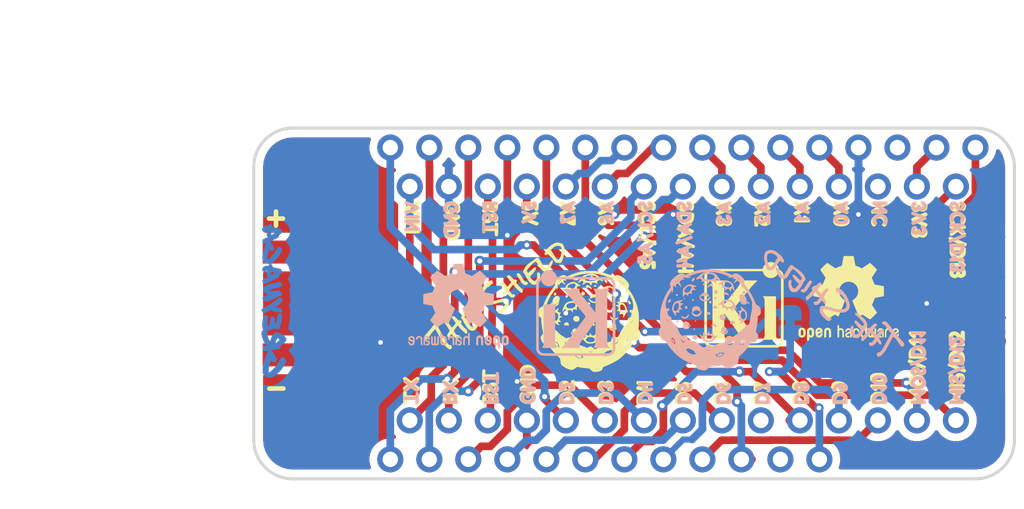
<source format=kicad_pcb>
(kicad_pcb (version 20171130) (host pcbnew 5.1.5-52549c5~84~ubuntu18.04.1)
  (layers (0 F.Cu signal) (31 B.Cu signal) (34 B.Paste user) (35 F.Paste user) (36 B.SilkS user) (37 F.SilkS user) (38 B.Mask user) (39 F.Mask user) (44 Edge.Cuts user))
  (net 0 "")
  (net 1 /TX)
  (net 2 /RX)
  (net 3 /A3)
  (net 4 /A2)
  (net 5 /A1)
  (net 6 /A0)
  (net 7 GND)
  (net 8 /AREF)
  (net 9 +3V3)
  (net 10 /EN)
  (net 11 /~RESET)
  (net 12 /A6)
  (net 13 /A7)
  (net 14 /SCK-D13)
  (net 15 /D2)
  (net 16 +5V)
  (net 17 /D10)
  (net 18 /D9)
  (net 19 /D8)
  (net 20 /D7)
  (net 21 /D6)
  (net 22 /D5)
  (net 23 /D3)
  (net 24 /SCL-A5)
  (net 25 /SDA-A4)
  (net 26 /D4)
  (net 27 /NC)
  (net 28 /D11-MOSI)
  (net 29 /D12-MISO)
  (net 30 /VIN)
  (net 31 "Net-(J2-Pad12)")
  (module nano_feather_r_1:SolderJumper-2_P1.3mm_Bridged_RoundedPad1.0x1.5mm (layer B.Cu) (at 148.59 92.695 270)
    (fp_text reference JP1 hide)
    (fp_text value Jumper_NC_Small hide)
    (fp_poly (pts (xy 0.25 0.3) (xy -0.25 0.3) (xy -0.25 -0.3) (xy 0.25 -0.3)) (layer B.Cu) (width 0))
    (pad 2 smd custom (at 0.65 0 270) (size 1 0.5) (layers B.Cu B.Mask) (net 31 "Net-(J2-Pad12)") (options (clearance outline) (anchor rect)) (primitives (gr_circle (center 0 -0.25) (end 0.5 -0.25) (width 0)) (gr_circle (center 0 0.25) (end 0.5 0.25) (width 0)) (gr_poly (pts (xy 0 0.75) (xy -0.5 0.75) (xy -0.5 -0.75) (xy 0 -0.75)) (width 0))))
    (pad 1 smd custom (at -0.65 0 270) (size 1 0.5) (layers B.Cu B.Mask) (net 30 /VIN) (options (clearance outline) (anchor rect)) (primitives (gr_circle (center 0 -0.25) (end 0.5 -0.25) (width 0)) (gr_circle (center 0 0.25) (end 0.5 0.25) (width 0)) (gr_poly (pts (xy 0 0.75) (xy 0.5 0.75) (xy 0.5 -0.75) (xy 0 -0.75)) (width 0))))
  )
  (module NANO_FEATHER_R_1:PinHeader_1x16_P2.54mm_Vertical (layer B.Cu) (at 122.555 81.28 270)
    (fp_text reference J1 hide)
    (fp_text value "feather long" hide)
    (pad 1 thru_hole circle (at 0 0 270) (size 1.7 1.7) (drill 1) (layers *.Cu *.Mask) (net 15 /D2))
    (pad 2 thru_hole oval (at 0 -2.54 270) (size 1.7 1.7) (drill 1) (layers *.Cu *.Mask) (net 1 /TX))
    (pad 3 thru_hole oval (at 0 -5.08 270) (size 1.7 1.7) (drill 1) (layers *.Cu *.Mask) (net 2 /RX))
    (pad 4 thru_hole oval (at 0 -7.62 270) (size 1.7 1.7) (drill 1) (layers *.Cu *.Mask) (net 29 /D12-MISO))
    (pad 5 thru_hole oval (at 0 -10.16 270) (size 1.7 1.7) (drill 1) (layers *.Cu *.Mask) (net 28 /D11-MOSI))
    (pad 6 thru_hole oval (at 0 -12.7 270) (size 1.7 1.7) (drill 1) (layers *.Cu *.Mask) (net 14 /SCK-D13))
    (pad 7 thru_hole oval (at 0 -15.24 270) (size 1.7 1.7) (drill 1) (layers *.Cu *.Mask) (net 13 /A7))
    (pad 8 thru_hole oval (at 0 -17.78 270) (size 1.7 1.7) (drill 1) (layers *.Cu *.Mask) (net 12 /A6))
    (pad 9 thru_hole oval (at 0 -20.32 270) (size 1.7 1.7) (drill 1) (layers *.Cu *.Mask) (net 3 /A3))
    (pad 10 thru_hole oval (at 0 -22.86 270) (size 1.7 1.7) (drill 1) (layers *.Cu *.Mask) (net 4 /A2))
    (pad 11 thru_hole oval (at 0 -25.4 270) (size 1.7 1.7) (drill 1) (layers *.Cu *.Mask) (net 5 /A1))
    (pad 12 thru_hole oval (at 0 -27.94 270) (size 1.7 1.7) (drill 1) (layers *.Cu *.Mask) (net 6 /A0))
    (pad 13 thru_hole oval (at 0 -30.48 270) (size 1.7 1.7) (drill 1) (layers *.Cu *.Mask) (net 7 GND))
    (pad 14 thru_hole oval (at 0 -33.02 270) (size 1.7 1.7) (drill 1) (layers *.Cu *.Mask) (net 27 /NC))
    (pad 15 thru_hole oval (at 0 -35.56 270) (size 1.7 1.7) (drill 1) (layers *.Cu *.Mask) (net 9 +3V3))
    (pad 16 thru_hole oval (at 0 -38.1 270) (size 1.7 1.7) (drill 1) (layers *.Cu *.Mask) (net 11 /~RESET))
  )
  (module NANO_FEATHER_R_1:PinHeader_1x12_P2.54mm_Vertical (layer B.Cu) (at 122.555 101.6 270)
    (fp_text reference J2 hide)
    (fp_text value "feather short" hide)
    (pad 1 thru_hole circle (at 0 0 270) (size 1.7 1.7) (drill 1) (layers *.Cu *.Mask) (net 25 /SDA-A4))
    (pad 2 thru_hole oval (at 0 -2.54 270) (size 1.7 1.7) (drill 1) (layers *.Cu *.Mask) (net 24 /SCL-A5))
    (pad 3 thru_hole oval (at 0 -5.08 270) (size 1.7 1.7) (drill 1) (layers *.Cu *.Mask) (net 23 /D3))
    (pad 4 thru_hole oval (at 0 -7.62 270) (size 1.7 1.7) (drill 1) (layers *.Cu *.Mask) (net 26 /D4))
    (pad 5 thru_hole oval (at 0 -10.16 270) (size 1.7 1.7) (drill 1) (layers *.Cu *.Mask) (net 22 /D5))
    (pad 6 thru_hole oval (at 0 -12.7 270) (size 1.7 1.7) (drill 1) (layers *.Cu *.Mask) (net 21 /D6))
    (pad 7 thru_hole oval (at 0 -15.24 270) (size 1.7 1.7) (drill 1) (layers *.Cu *.Mask) (net 19 /D8))
    (pad 8 thru_hole oval (at 0 -17.78 270) (size 1.7 1.7) (drill 1) (layers *.Cu *.Mask) (net 18 /D9))
    (pad 9 thru_hole oval (at 0 -20.32 270) (size 1.7 1.7) (drill 1) (layers *.Cu *.Mask) (net 17 /D10))
    (pad 10 thru_hole oval (at 0 -22.86 270) (size 1.7 1.7) (drill 1) (layers *.Cu *.Mask) (net 16 +5V))
    (pad 11 thru_hole oval (at 0 -25.4 270) (size 1.7 1.7) (drill 1) (layers *.Cu *.Mask) (net 10 /EN))
    (pad 12 thru_hole oval (at 0 -27.94 270) (size 1.7 1.7) (drill 1) (layers *.Cu *.Mask) (net 31 "Net-(J2-Pad12)"))
  )
  (module NANO_FEATHER_R_1:PinSocket_1x15_P2.54mm_Vertical (layer F.Cu) (at 123.825 99.06 90)
    (fp_text reference J3 hide)
    (fp_text value Conn_01x15 hide)
    (pad 15 thru_hole oval (at 0 35.56 90) (size 1.7 1.7) (drill 1) (layers *.Cu *.Mask) (net 29 /D12-MISO))
    (pad 14 thru_hole oval (at 0 33.02 90) (size 1.7 1.7) (drill 1) (layers *.Cu *.Mask) (net 28 /D11-MOSI))
    (pad 13 thru_hole oval (at 0 30.48 90) (size 1.7 1.7) (drill 1) (layers *.Cu *.Mask) (net 17 /D10))
    (pad 12 thru_hole oval (at 0 27.94 90) (size 1.7 1.7) (drill 1) (layers *.Cu *.Mask) (net 18 /D9))
    (pad 11 thru_hole oval (at 0 25.4 90) (size 1.7 1.7) (drill 1) (layers *.Cu *.Mask) (net 19 /D8))
    (pad 10 thru_hole oval (at 0 22.86 90) (size 1.7 1.7) (drill 1) (layers *.Cu *.Mask) (net 20 /D7))
    (pad 9 thru_hole oval (at 0 20.32 90) (size 1.7 1.7) (drill 1) (layers *.Cu *.Mask) (net 21 /D6))
    (pad 8 thru_hole oval (at 0 17.78 90) (size 1.7 1.7) (drill 1) (layers *.Cu *.Mask) (net 22 /D5))
    (pad 7 thru_hole oval (at 0 15.24 90) (size 1.7 1.7) (drill 1) (layers *.Cu *.Mask) (net 26 /D4))
    (pad 6 thru_hole oval (at 0 12.7 90) (size 1.7 1.7) (drill 1) (layers *.Cu *.Mask) (net 23 /D3))
    (pad 5 thru_hole oval (at 0 10.16 90) (size 1.7 1.7) (drill 1) (layers *.Cu *.Mask) (net 15 /D2))
    (pad 4 thru_hole oval (at 0 7.62 90) (size 1.7 1.7) (drill 1) (layers *.Cu *.Mask) (net 7 GND))
    (pad 3 thru_hole oval (at 0 5.08 90) (size 1.7 1.7) (drill 1) (layers *.Cu *.Mask) (net 11 /~RESET))
    (pad 2 thru_hole oval (at 0 2.54 90) (size 1.7 1.7) (drill 1) (layers *.Cu *.Mask) (net 2 /RX))
    (pad 1 thru_hole circle (at 0 0 90) (size 1.7 1.7) (drill 1) (layers *.Cu *.Mask) (net 1 /TX))
  )
  (module NANO_FEATHER_R_1:PinSocket_1x15_P2.54mm_Vertical (layer F.Cu) (at 123.825 83.82 90)
    (fp_text reference J4 hide)
    (fp_text value Conn_01x15 hide)
    (pad 1 thru_hole circle (at 0 0 90) (size 1.7 1.7) (drill 1) (layers *.Cu *.Mask) (net 30 /VIN))
    (pad 2 thru_hole oval (at 0 2.54 90) (size 1.7 1.7) (drill 1) (layers *.Cu *.Mask) (net 7 GND))
    (pad 3 thru_hole oval (at 0 5.08 90) (size 1.7 1.7) (drill 1) (layers *.Cu *.Mask) (net 11 /~RESET))
    (pad 4 thru_hole oval (at 0 7.62 90) (size 1.7 1.7) (drill 1) (layers *.Cu *.Mask) (net 16 +5V))
    (pad 5 thru_hole oval (at 0 10.16 90) (size 1.7 1.7) (drill 1) (layers *.Cu *.Mask) (net 13 /A7))
    (pad 6 thru_hole oval (at 0 12.7 90) (size 1.7 1.7) (drill 1) (layers *.Cu *.Mask) (net 12 /A6))
    (pad 7 thru_hole oval (at 0 15.24 90) (size 1.7 1.7) (drill 1) (layers *.Cu *.Mask) (net 24 /SCL-A5))
    (pad 8 thru_hole oval (at 0 17.78 90) (size 1.7 1.7) (drill 1) (layers *.Cu *.Mask) (net 25 /SDA-A4))
    (pad 9 thru_hole oval (at 0 20.32 90) (size 1.7 1.7) (drill 1) (layers *.Cu *.Mask) (net 3 /A3))
    (pad 10 thru_hole oval (at 0 22.86 90) (size 1.7 1.7) (drill 1) (layers *.Cu *.Mask) (net 4 /A2))
    (pad 11 thru_hole oval (at 0 25.4 90) (size 1.7 1.7) (drill 1) (layers *.Cu *.Mask) (net 5 /A1))
    (pad 12 thru_hole oval (at 0 27.94 90) (size 1.7 1.7) (drill 1) (layers *.Cu *.Mask) (net 6 /A0))
    (pad 13 thru_hole oval (at 0 30.48 90) (size 1.7 1.7) (drill 1) (layers *.Cu *.Mask) (net 8 /AREF))
    (pad 14 thru_hole oval (at 0 33.02 90) (size 1.7 1.7) (drill 1) (layers *.Cu *.Mask) (net 9 +3V3))
    (pad 15 thru_hole oval (at 0 35.56 90) (size 1.7 1.7) (drill 1) (layers *.Cu *.Mask) (net 14 /SCK-D13))
  )
  (module NANO_FEATHER_R_1:JST-PH_S2B-PH-SM4-TB (layer F.Cu) (at 118.745 91.44 270)
    (fp_text reference J5)
    (fp_text value Conn_01x02)
    (pad 2 smd roundrect (at 1 -2.95 270) (size 1 3.5) (layers F.Cu F.Paste F.Mask) (roundrect_rratio 0.015) (net 7 GND))
    (pad 1 smd rect (at -1 -2.95 270) (size 1 3.5) (layers F.Cu F.Paste F.Mask) (net 30 /VIN))
    (pad 3 smd roundrect (at 3.35 2.8 270) (size 1.5 3.4) (layers F.Cu F.Paste F.Mask) (roundrect_rratio 0.015))
    (pad 4 smd roundrect (at -3.35 2.8 270) (size 1.5 3.4) (layers F.Cu F.Paste F.Mask) (roundrect_rratio 0.015))
  )
  (module NANO_FEATHER_R_1:Feather_CU (layer F.Cu) (at 161.925 92.075 90)
    (fp_text reference U1 hide)
    (fp_text value Feather_Cu hide)
    (fp_poly (pts (xy -2.121746 -0.890829) (xy -2.038408 -0.837713) (xy -1.955742 -0.758164) (xy -1.879104 -0.659529) (xy -1.81385 -0.549155) (xy -1.765337 -0.434388) (xy -1.738924 -0.322574) (xy -1.735666 -0.272847) (xy -1.738485 -0.207998) (xy -1.752034 -0.161884) (xy -1.783956 -0.117659) (xy -1.825625 -0.07453) (xy -1.884614 -0.023438) (xy -1.953312 0.018882) (xy -2.043911 0.05919) (xy -2.113835 0.085212) (xy -2.203348 0.117771) (xy -2.258321 0.140529) (xy -2.28439 0.157039) (xy -2.287187 0.170855) (xy -2.272585 0.18535) (xy -2.1751 0.244605) (xy -2.054956 0.290804) (xy -1.902799 0.327493) (xy -1.892231 0.32951) (xy -1.803766 0.347442) (xy -1.728303 0.365031) (xy -1.677732 0.379415) (xy -1.666875 0.383761) (xy -1.642516 0.390417) (xy -1.63196 0.371196) (xy -1.629833 0.324516) (xy -1.61883 0.25939) (xy -1.588051 0.168793) (xy -1.545166 0.071587) (xy -1.500255 -0.023982) (xy -1.473562 -0.089825) (xy -1.463162 -0.133448) (xy -1.467128 -0.162358) (xy -1.480361 -0.180976) (xy -1.494332 -0.21226) (xy -1.508161 -0.270047) (xy -1.51456 -0.310116) (xy -1.521156 -0.375905) (xy -1.516417 -0.414147) (xy -1.496789 -0.438905) (xy -1.478824 -0.45157) (xy -1.428512 -0.474409) (xy -1.345452 -0.501422) (xy -1.238741 -0.530382) (xy -1.117478 -0.559063) (xy -0.990762 -0.585239) (xy -0.867691 -0.606683) (xy -0.812269 -0.614683) (xy -0.720801 -0.626239) (xy -0.661302 -0.630999) (xy -0.623836 -0.628153) (xy -0.598463 -0.616894) (xy -0.575248 -0.596413) (xy -0.574144 -0.595312) (xy -0.535472 -0.56308) (xy -0.508 -0.550334) (xy -0.492998 -0.531976) (xy -0.486833 -0.48837) (xy -0.506846 -0.421488) (xy -0.566549 -0.368275) (xy -0.665444 -0.329103) (xy -0.715661 -0.31749) (xy -0.80382 -0.298097) (xy -0.892946 -0.275296) (xy -0.931333 -0.264101) (xy -1.003092 -0.243089) (xy -1.068148 -0.226272) (xy -1.084791 -0.222609) (xy -1.129665 -0.202318) (xy -1.143 -0.176594) (xy -1.137811 -0.159301) (xy -1.116562 -0.15085) (xy -1.070727 -0.15013) (xy -0.99178 -0.156033) (xy -0.987805 -0.156391) (xy -0.83261 -0.170455) (xy -0.754972 -0.097232) (xy -0.709939 -0.04865) (xy -0.681923 -0.00666) (xy -0.677333 0.008733) (xy -0.694469 0.035975) (xy -0.738936 0.073352) (xy -0.788458 0.105206) (xy -0.85313 0.139069) (xy -0.91041 0.158404) (xy -0.977158 0.167122) (xy -1.063936 0.169134) (xy -1.146916 0.169944) (xy -1.198616 0.174589) (xy -1.230089 0.186766) (xy -1.252387 0.210172) (xy -1.270232 0.238125) (xy -1.297488 0.286623) (xy -1.311681 0.319285) (xy -1.312254 0.322791) (xy -1.292802 0.333667) (xy -1.239807 0.33814) (xy -1.16152 0.33653) (xy -1.066194 0.32916) (xy -0.962081 0.316351) (xy -0.902404 0.306816) (xy -0.719762 0.274966) (xy -0.646662 0.352467) (xy -0.602204 0.406382) (xy -0.589599 0.448809) (xy -0.609765 0.491849) (xy -0.661316 0.545452) (xy -0.721437 0.581056) (xy -0.819488 0.612902) (xy -0.951156 0.639958) (xy -1.112125 0.661191) (xy -1.166731 0.66638) (xy -1.323669 0.669301) (xy -1.446685 0.64763) (xy -1.53642 0.60122) (xy -1.563262 0.575554) (xy -1.595519 0.540343) (xy -1.606853 0.536024) (xy -1.603481 0.561001) (xy -1.60248 0.565465) (xy -1.610823 0.622369) (xy -1.641582 0.666007) (xy -1.708122 0.706746) (xy -1.805235 0.718677) (xy -1.932482 0.701807) (xy -2.084916 0.657715) (xy -2.267028 0.587347) (xy -2.415594 0.514692) (xy -2.52238 0.4445) (xy -1.629833 0.4445) (xy -1.622089 0.461922) (xy -1.615722 0.458611) (xy -1.613189 0.433491) (xy -1.615722 0.430388) (xy -1.628306 0.433294) (xy -1.629833 0.4445) (xy -2.52238 0.4445) (xy -2.52649 0.441799) (xy -2.536982 0.433207) (xy -2.57904 0.399202) (xy -2.598124 0.391388) (xy -2.603297 0.408277) (xy -2.6035 0.422294) (xy -2.612938 0.469218) (xy -2.636469 0.530949) (xy -2.645351 0.549388) (xy -2.69741 0.617085) (xy -2.762413 0.649704) (xy -2.832645 0.6445) (xy -2.865742 0.627897) (xy -2.908259 0.578817) (xy -2.940047 0.501883) (xy -2.957144 0.411029) (xy -2.955586 0.320192) (xy -2.954773 0.314797) (xy -2.940769 0.22722) (xy -3.015837 0.293131) (xy -3.064305 0.333379) (xy -3.112079 0.36607) (xy -3.166956 0.394556) (xy -3.236735 0.422186) (xy -3.329215 0.452312) (xy -3.452195 0.488286) (xy -3.504157 0.502954) (xy -3.750142 0.567202) (xy -3.961604 0.612202) (xy -4.137885 0.637871) (xy -4.278329 0.644131) (xy -4.382277 0.6309) (xy -4.423833 0.615194) (xy -4.531041 0.536152) (xy -4.611896 0.427152) (xy -4.663526 0.293462) (xy -4.683056 0.14035) (xy -4.683062 0.139945) (xy -4.665814 0.03474) (xy -4.613664 -0.08318) (xy -4.530426 -0.209396) (xy -4.41991 -0.339493) (xy -4.285929 -0.469052) (xy -4.132293 -0.593656) (xy -3.962814 -0.708889) (xy -3.937 -0.724649) (xy -3.853717 -0.77559) (xy -3.779118 -0.822696) (xy -3.724152 -0.858986) (xy -3.706604 -0.87154) (xy -3.659707 -0.896716) (xy -3.609477 -0.909108) (xy -3.570194 -0.906908) (xy -3.556 -0.890586) (xy -3.539029 -0.869795) (xy -3.495868 -0.838931) (xy -3.466362 -0.821559) (xy -3.408478 -0.784188) (xy -3.378163 -0.745062) (xy -3.363095 -0.688259) (xy -3.363067 -0.688089) (xy -3.356344 -0.629111) (xy -3.356663 -0.587329) (xy -3.358052 -0.581547) (xy -3.37988 -0.562496) (xy -3.430628 -0.531143) (xy -3.500877 -0.493133) (xy -3.530138 -0.478408) (xy -3.629512 -0.426292) (xy -3.735999 -0.36562) (xy -3.827335 -0.309099) (xy -3.831166 -0.306569) (xy -3.918662 -0.240819) (xy -4.020006 -0.152701) (xy -4.124068 -0.053036) (xy -4.21972 0.047353) (xy -4.295832 0.137647) (xy -4.315285 0.164129) (xy -4.344131 0.209459) (xy -4.348331 0.232992) (xy -4.329838 0.245863) (xy -4.329637 0.245941) (xy -4.2801 0.252648) (xy -4.197926 0.250023) (xy -4.091562 0.23895) (xy -3.969454 0.220311) (xy -3.871191 0.201083) (xy -2.942166 0.201083) (xy -2.931583 0.211666) (xy -2.921 0.201083) (xy -2.931583 0.1905) (xy -2.942166 0.201083) (xy -3.871191 0.201083) (xy -3.840048 0.194989) (xy -3.83815 0.194575) (xy -3.728292 0.170009) (xy -3.654576 0.150388) (xy -3.611742 0.131818) (xy -3.594529 0.110409) (xy -3.59768 0.082267) (xy -3.615934 0.043499) (xy -3.621054 0.033904) (xy -3.645575 -0.02215) (xy -3.655076 -0.065717) (xy -3.653776 -0.075134) (xy -3.657495 -0.104702) (xy -3.66683 -0.111027) (xy -3.682872 -0.131917) (xy -3.66651 -0.168031) (xy -3.621839 -0.213143) (xy -3.578837 -0.244824) (xy -3.493752 -0.301131) (xy -3.332939 -0.219357) (xy -3.234864 -0.163267) (xy -3.130852 -0.094053) (xy -3.043039 -0.026468) (xy -3.041271 -0.024951) (xy -2.975565 0.029793) (xy -2.934617 0.058357) (xy -2.912634 0.063863) (xy -2.903822 0.049433) (xy -2.903769 0.049132) (xy -2.892785 -0.00798) (xy -2.876059 -0.087326) (xy -2.855794 -0.17931) (xy -2.847135 -0.217402) (xy -2.431879 -0.217402) (xy -2.428455 -0.196091) (xy -2.392496 -0.197033) (xy -2.321668 -0.21819) (xy -2.247269 -0.244983) (xy -2.163405 -0.280164) (xy -2.118547 -0.31221) (xy -2.110278 -0.346715) (xy -2.136178 -0.389274) (xy -2.17001 -0.423735) (xy -2.202043 -0.449574) (xy -2.229841 -0.455591) (xy -2.261091 -0.438004) (xy -2.303479 -0.393028) (xy -2.350468 -0.334919) (xy -2.405105 -0.262999) (xy -2.431879 -0.217402) (xy -2.847135 -0.217402) (xy -2.834191 -0.27434) (xy -2.813451 -0.362821) (xy -2.795775 -0.43516) (xy -2.783365 -0.481762) (xy -2.779233 -0.493603) (xy -2.752327 -0.504152) (xy -2.707043 -0.503149) (xy -2.672624 -0.501516) (xy -2.641452 -0.511413) (xy -2.607156 -0.538228) (xy -2.563366 -0.587351) (xy -2.50371 -0.664169) (xy -2.481227 -0.694143) (xy -2.393409 -0.797371) (xy -2.308953 -0.869082) (xy -2.232266 -0.905889) (xy -2.200397 -0.910167) (xy -2.121746 -0.890829)) (layer F.Cu) (width 0.01))
    (fp_poly (pts (xy 0.399473 -0.64259) (xy 0.450289 -0.608064) (xy 0.477986 -0.58455) (xy 0.521119 -0.539313) (xy 0.541378 -0.497844) (xy 0.536894 -0.453236) (xy 0.505799 -0.39858) (xy 0.446224 -0.32697) (xy 0.392804 -0.269594) (xy 0.302452 -0.162072) (xy 0.19943 -0.016647) (xy 0.085061 0.16463) (xy -0.039333 0.379708) (xy -0.115259 0.518583) (xy -0.176668 0.623768) (xy -0.227273 0.690613) (xy -0.266328 0.718174) (xy -0.27392 0.718838) (xy -0.299649 0.710599) (xy -0.346072 0.69172) (xy -0.349763 0.690119) (xy -0.408978 0.645739) (xy -0.45171 0.580077) (xy -0.465666 0.519735) (xy -0.456433 0.489891) (xy -0.431499 0.431902) (xy -0.395017 0.355014) (xy -0.363953 0.29319) (xy -0.26224 0.09525) (xy -0.309448 0.025684) (xy -0.340931 -0.032705) (xy -0.36812 -0.111423) (xy -0.392701 -0.216944) (xy -0.416361 -0.355741) (xy -0.425827 -0.421183) (xy -0.436109 -0.503077) (xy -0.438154 -0.554606) (xy -0.430883 -0.58713) (xy -0.413214 -0.612007) (xy -0.407081 -0.618327) (xy -0.381286 -0.64127) (xy -0.35702 -0.647287) (xy -0.320402 -0.635724) (xy -0.269717 -0.611835) (xy -0.21077 -0.579194) (xy -0.170171 -0.542704) (xy -0.141603 -0.492157) (xy -0.118752 -0.417349) (xy -0.101848 -0.340571) (xy -0.074083 -0.204892) (xy 0.000459 -0.31149) (xy 0.093153 -0.434849) (xy 0.18131 -0.534621) (xy 0.260888 -0.606966) (xy 0.327845 -0.648046) (xy 0.363365 -0.656167) (xy 0.399473 -0.64259)) (layer F.Cu) (width 0.01))
    (fp_poly (pts (xy 3.66816 -0.622863) (xy 3.722347 -0.592652) (xy 3.776264 -0.553667) (xy 3.816923 -0.515209) (xy 3.831456 -0.488366) (xy 3.837112 -0.440502) (xy 3.843871 -0.409894) (xy 3.844881 -0.387472) (xy 3.83111 -0.364956) (xy 3.79665 -0.337563) (xy 3.735591 -0.300511) (xy 3.651264 -0.254008) (xy 3.42846 -0.117567) (xy 3.244096 0.030529) (xy 3.099912 0.18669) (xy 3.005365 0.306916) (xy 3.127224 0.3175) (xy 3.19474 0.321182) (xy 3.243355 0.319761) (xy 3.259667 0.315328) (xy 3.285106 0.305429) (xy 3.338339 0.294262) (xy 3.376084 0.288531) (xy 3.461342 0.27398) (xy 3.547163 0.254483) (xy 3.57127 0.247774) (xy 3.660624 0.221059) (xy 3.629479 0.161026) (xy 3.60742 0.110356) (xy 3.598334 0.073427) (xy 3.58277 0.042498) (xy 3.574132 0.037793) (xy 3.560491 0.017505) (xy 3.575819 -0.017253) (xy 3.61381 -0.057544) (xy 3.667034 -0.093832) (xy 3.738653 -0.132401) (xy 3.89742 -0.045265) (xy 3.977731 0.001837) (xy 4.049034 0.048997) (xy 4.098582 0.087647) (xy 4.106117 0.095019) (xy 4.146047 0.130982) (xy 4.176755 0.14772) (xy 4.178815 0.147879) (xy 4.196354 0.129557) (xy 4.222842 0.084666) (xy 4.594595 0.084666) (xy 4.676816 0.084666) (xy 4.738628 0.081682) (xy 4.78514 0.074332) (xy 4.790411 0.072627) (xy 4.807668 0.050234) (xy 4.80623 0.000577) (xy 4.785682 -0.080533) (xy 4.770616 -0.126862) (xy 4.753802 -0.137133) (xy 4.722239 -0.110485) (xy 4.675212 -0.046161) (xy 4.636218 0.015875) (xy 4.594595 0.084666) (xy 4.222842 0.084666) (xy 4.22535 0.080416) (xy 4.261192 0.008798) (xy 4.28625 -0.046482) (xy 4.350628 -0.187867) (xy 4.40496 -0.292503) (xy 4.451742 -0.364078) (xy 4.493469 -0.406276) (xy 4.532638 -0.422783) (xy 4.541412 -0.423334) (xy 4.599482 -0.441946) (xy 4.666139 -0.493807) (xy 4.734023 -0.572952) (xy 4.744715 -0.58805) (xy 4.767459 -0.616139) (xy 4.79299 -0.626176) (xy 4.835582 -0.620425) (xy 4.878987 -0.609344) (xy 4.955869 -0.580383) (xy 5.00467 -0.536822) (xy 5.033596 -0.468493) (xy 5.046174 -0.402167) (xy 5.05785 -0.331545) (xy 5.075151 -0.240169) (xy 5.093131 -0.153459) (xy 5.113052 -0.071679) (xy 5.131008 -0.024136) (xy 5.150642 -0.003109) (xy 5.165582 0) (xy 5.21117 0.010752) (xy 5.266494 0.037261) (xy 5.317498 0.070902) (xy 5.350128 0.103052) (xy 5.355167 0.116314) (xy 5.340352 0.14578) (xy 5.302913 0.188459) (xy 5.281366 0.208579) (xy 5.236099 0.252436) (xy 5.217061 0.289759) (xy 5.216722 0.33956) (xy 5.219731 0.36423) (xy 5.212717 0.462551) (xy 5.167148 0.551801) (xy 5.08671 0.625679) (xy 5.05593 0.64412) (xy 5.001357 0.669285) (xy 4.959537 0.672327) (xy 4.912606 0.65697) (xy 4.868493 0.630687) (xy 4.85458 0.604446) (xy 4.855219 0.602213) (xy 4.848944 0.569471) (xy 4.824573 0.538458) (xy 4.790074 0.49957) (xy 4.792829 0.471306) (xy 4.834605 0.443623) (xy 4.841875 0.440078) (xy 4.885731 0.409326) (xy 4.900518 0.379344) (xy 4.885598 0.359895) (xy 4.847167 0.359286) (xy 4.796871 0.364915) (xy 4.72331 0.368796) (xy 4.668 0.369869) (xy 4.594629 0.367964) (xy 4.551772 0.35914) (xy 4.527754 0.339933) (xy 4.519384 0.325805) (xy 4.497046 0.299022) (xy 4.472811 0.307674) (xy 4.444917 0.353758) (xy 4.4116 0.439269) (xy 4.406825 0.45325) (xy 4.378228 0.525942) (xy 4.347086 0.587271) (xy 4.328591 0.613825) (xy 4.275184 0.647748) (xy 4.211591 0.654367) (xy 4.15036 0.637249) (xy 4.10404 0.599961) (xy 4.085178 0.54607) (xy 4.085167 0.544624) (xy 4.073535 0.507017) (xy 4.063943 0.497381) (xy 4.054247 0.46916) (xy 4.063561 0.44532) (xy 4.074294 0.421948) (xy 4.066053 0.417615) (xy 4.031052 0.43221) (xy 4.00541 0.444482) (xy 3.949058 0.466851) (xy 3.861605 0.495915) (xy 3.75318 0.528767) (xy 3.633915 0.562502) (xy 3.513937 0.594216) (xy 3.403377 0.621002) (xy 3.34801 0.633042) (xy 3.177252 0.656077) (xy 3.035553 0.648692) (xy 2.921993 0.610355) (xy 2.835651 0.540533) (xy 2.775605 0.438695) (xy 2.740935 0.304307) (xy 2.737748 0.280321) (xy 2.725247 0.17477) (xy 2.659082 0.21868) (xy 2.617388 0.251234) (xy 2.600103 0.285978) (xy 2.59939 0.34104) (xy 2.60041 0.354429) (xy 2.599037 0.428629) (xy 2.586209 0.496943) (xy 2.58174 0.509433) (xy 2.534436 0.581251) (xy 2.466103 0.634215) (xy 2.38855 0.662531) (xy 2.313585 0.660402) (xy 2.291292 0.651964) (xy 2.254715 0.621023) (xy 2.243667 0.592712) (xy 2.228912 0.552112) (xy 2.201833 0.519035) (xy 2.17268 0.479601) (xy 2.182123 0.453138) (xy 2.223005 0.4445) (xy 2.257679 0.430868) (xy 2.287336 0.400166) (xy 2.299782 0.367682) (xy 2.294779 0.354501) (xy 2.269103 0.351793) (xy 2.219252 0.358818) (xy 2.205565 0.361796) (xy 2.089056 0.380062) (xy 1.993962 0.377135) (xy 1.926794 0.353574) (xy 1.9072 0.336126) (xy 1.870864 0.291253) (xy 1.835815 0.344745) (xy 1.808684 0.39913) (xy 1.783148 0.470572) (xy 1.776525 0.494508) (xy 1.739179 0.581719) (xy 1.681545 0.635806) (xy 1.607713 0.653267) (xy 1.592254 0.652163) (xy 1.539947 0.628763) (xy 1.491844 0.580091) (xy 1.458342 0.520578) (xy 1.449834 0.464657) (xy 1.451545 0.456808) (xy 1.458041 0.437795) (xy 1.470115 0.407721) (xy 1.489537 0.362653) (xy 1.518079 0.298662) (xy 1.55751 0.211816) (xy 1.609601 0.098185) (xy 1.615831 0.084666) (xy 1.986958 0.084666) (xy 2.082313 0.084666) (xy 2.14239 0.08057) (xy 2.182717 0.070237) (xy 2.190079 0.064585) (xy 2.19264 0.033611) (xy 2.184928 -0.021884) (xy 2.178026 -0.052651) (xy 2.16194 -0.109865) (xy 2.148085 -0.132581) (xy 2.130068 -0.127747) (xy 2.118128 -0.117739) (xy 2.085957 -0.079631) (xy 2.047704 -0.022461) (xy 2.034826 -0.000503) (xy 1.986958 0.084666) (xy 1.615831 0.084666) (xy 1.676123 -0.046162) (xy 1.7541 -0.214894) (xy 1.802554 -0.312251) (xy 1.84367 -0.375308) (xy 1.882782 -0.410158) (xy 1.925225 -0.422892) (xy 1.936621 -0.423334) (xy 1.98705 -0.442663) (xy 2.053138 -0.500816) (xy 2.078919 -0.529115) (xy 2.171453 -0.634896) (xy 2.286935 -0.597906) (xy 2.352312 -0.575455) (xy 2.388664 -0.553654) (xy 2.407341 -0.520433) (xy 2.419696 -0.46372) (xy 2.421235 -0.455084) (xy 2.447999 -0.307167) (xy 2.469648 -0.195799) (xy 2.487802 -0.115736) (xy 2.504083 -0.061732) (xy 2.520111 -0.028544) (xy 2.537508 -0.010926) (xy 2.557894 -0.003634) (xy 2.560907 -0.003163) (xy 2.616455 0.014679) (xy 2.66999 0.044462) (xy 2.718898 0.07484) (xy 2.753577 0.078459) (xy 2.784998 0.05153) (xy 2.823427 -0.008529) (xy 2.863581 -0.064343) (xy 2.92547 -0.135911) (xy 2.998636 -0.211502) (xy 3.035654 -0.246654) (xy 3.107846 -0.308139) (xy 3.195891 -0.375725) (xy 3.292245 -0.444455) (xy 3.389366 -0.509373) (xy 3.479707 -0.565522) (xy 3.555727 -0.607944) (xy 3.60988 -0.631684) (xy 3.626691 -0.635) (xy 3.66816 -0.622863)) (layer F.Cu) (width 0.01))
    (fp_poly (pts (xy 1.335828 -0.643134) (xy 1.379237 -0.614506) (xy 1.392099 -0.604126) (xy 1.437408 -0.569698) (xy 1.470185 -0.551294) (xy 1.474867 -0.550334) (xy 1.497254 -0.533868) (xy 1.527128 -0.493595) (xy 1.530955 -0.487277) (xy 1.554062 -0.436674) (xy 1.555768 -0.386582) (xy 1.545286 -0.33911) (xy 1.527444 -0.286434) (xy 1.510229 -0.256554) (xy 1.505428 -0.254) (xy 1.495197 -0.234561) (xy 1.482167 -0.182563) (xy 1.468521 -0.107486) (xy 1.462774 -0.068792) (xy 1.422135 0.142668) (xy 1.364215 0.316975) (xy 1.289273 0.453549) (xy 1.19757 0.551814) (xy 1.176519 0.567315) (xy 1.102366 0.606632) (xy 1.035578 0.613173) (xy 0.96827 0.585228) (xy 0.892558 0.521086) (xy 0.873656 0.501593) (xy 0.818819 0.43948) (xy 0.775611 0.382939) (xy 0.753078 0.343849) (xy 0.752743 0.342843) (xy 0.735798 0.30663) (xy 0.723532 0.296496) (xy 0.703375 0.31427) (xy 0.674481 0.358938) (xy 0.643554 0.417979) (xy 0.617299 0.47887) (xy 0.604619 0.518583) (xy 0.573546 0.588303) (xy 0.524484 0.637881) (xy 0.469832 0.656166) (xy 0.424481 0.641095) (xy 0.39733 0.619125) (xy 0.353398 0.55603) (xy 0.313375 0.476802) (xy 0.284819 0.398533) (xy 0.275167 0.342806) (xy 0.284238 0.306108) (xy 0.30973 0.237657) (xy 0.349065 0.143529) (xy 0.39966 0.0298) (xy 0.458936 -0.097454) (xy 0.486834 -0.15561) (xy 0.547341 -0.281518) (xy 0.601105 -0.395078) (xy 0.645515 -0.490638) (xy 0.67796 -0.562544) (xy 0.69583 -0.605144) (xy 0.6985 -0.61399) (xy 0.710304 -0.632728) (xy 0.748235 -0.627352) (xy 0.816075 -0.597265) (xy 0.821052 -0.594727) (xy 0.92204 -0.527172) (xy 0.98264 -0.447925) (xy 1.003601 -0.355287) (xy 0.985671 -0.247564) (xy 0.98069 -0.232834) (xy 0.968619 -0.180527) (xy 0.959978 -0.107885) (xy 0.954951 -0.025481) (xy 0.953719 0.056112) (xy 0.956467 0.126323) (xy 0.963377 0.174579) (xy 0.973367 0.1905) (xy 1.006623 0.171284) (xy 1.045245 0.119379) (xy 1.085319 0.043401) (xy 1.122928 -0.048037) (xy 1.154155 -0.14632) (xy 1.175085 -0.242834) (xy 1.177292 -0.2581) (xy 1.190802 -0.330126) (xy 1.212326 -0.413565) (xy 1.238358 -0.49791) (xy 1.265391 -0.572657) (xy 1.289917 -0.627301) (xy 1.308428 -0.651335) (xy 1.308597 -0.651394) (xy 1.335828 -0.643134)) (layer F.Cu) (width 0.01))
  )
  (module NANO_FEATHER_R_1:Feather_Silks (layer F.Cu) (at 141.6812 91.3384)
    (fp_text reference U2 hide)
    (fp_text value Feather_Silks hide)
  )
  (module NANO_FEATHER_R_1:Ki-2500 (layer F.Cu) (at 145.5928 91.5416)
    (fp_text reference U3 hide)
    (fp_text value KiCadLogo hide)
  )
  (module NANO_FEATHER_R_1:Moon_Firma_SilkS (layer F.Cu) (at 135.9916 92.2782)
    (fp_text reference U4 hide)
    (fp_text value Moon_Firma hide)
  )
  (module NANO_FEATHER_R_1:Moon_The_Shield_SilkS (layer F.Cu) (at 130.6322 91.2368)
    (fp_text reference U5 hide)
    (fp_text value Feather_Silks hide)
  )
  (module NANO_FEATHER_R_1:OSHW-Logo2_7.3x6mm_SilkScreen (layer F.Cu) (at 152.4 91.1098)
    (fp_text reference U6 hide)
    (fp_text value KiCadLogo hide)
  )
  (module NANO_FEATHER_R_1:Feather_CU (layer B.Cu) (at 114.8842 91.5924 90)
    (fp_text reference U7 hide)
    (fp_text value Feather_Cu hide)
    (fp_poly (pts (xy -2.121746 0.890829) (xy -2.038408 0.837713) (xy -1.955742 0.758164) (xy -1.879104 0.659529) (xy -1.81385 0.549155) (xy -1.765337 0.434388) (xy -1.738924 0.322574) (xy -1.735666 0.272847) (xy -1.738485 0.207998) (xy -1.752034 0.161884) (xy -1.783956 0.117659) (xy -1.825625 0.07453) (xy -1.884614 0.023438) (xy -1.953312 -0.018882) (xy -2.043911 -0.05919) (xy -2.113835 -0.085212) (xy -2.203348 -0.117771) (xy -2.258321 -0.140529) (xy -2.28439 -0.157039) (xy -2.287187 -0.170855) (xy -2.272585 -0.18535) (xy -2.1751 -0.244605) (xy -2.054956 -0.290804) (xy -1.902799 -0.327493) (xy -1.892231 -0.32951) (xy -1.803766 -0.347442) (xy -1.728303 -0.365031) (xy -1.677732 -0.379415) (xy -1.666875 -0.383761) (xy -1.642516 -0.390417) (xy -1.63196 -0.371196) (xy -1.629833 -0.324516) (xy -1.61883 -0.25939) (xy -1.588051 -0.168793) (xy -1.545166 -0.071587) (xy -1.500255 0.023982) (xy -1.473562 0.089825) (xy -1.463162 0.133448) (xy -1.467128 0.162358) (xy -1.480361 0.180976) (xy -1.494332 0.21226) (xy -1.508161 0.270047) (xy -1.51456 0.310116) (xy -1.521156 0.375905) (xy -1.516417 0.414147) (xy -1.496789 0.438905) (xy -1.478824 0.45157) (xy -1.428512 0.474409) (xy -1.345452 0.501422) (xy -1.238741 0.530382) (xy -1.117478 0.559063) (xy -0.990762 0.585239) (xy -0.867691 0.606683) (xy -0.812269 0.614683) (xy -0.720801 0.626239) (xy -0.661302 0.630999) (xy -0.623836 0.628153) (xy -0.598463 0.616894) (xy -0.575248 0.596413) (xy -0.574144 0.595312) (xy -0.535472 0.56308) (xy -0.508 0.550334) (xy -0.492998 0.531976) (xy -0.486833 0.48837) (xy -0.506846 0.421488) (xy -0.566549 0.368275) (xy -0.665444 0.329103) (xy -0.715661 0.31749) (xy -0.80382 0.298097) (xy -0.892946 0.275296) (xy -0.931333 0.264101) (xy -1.003092 0.243089) (xy -1.068148 0.226272) (xy -1.084791 0.222609) (xy -1.129665 0.202318) (xy -1.143 0.176594) (xy -1.137811 0.159301) (xy -1.116562 0.15085) (xy -1.070727 0.15013) (xy -0.99178 0.156033) (xy -0.987805 0.156391) (xy -0.83261 0.170455) (xy -0.754972 0.097232) (xy -0.709939 0.04865) (xy -0.681923 0.00666) (xy -0.677333 -0.008733) (xy -0.694469 -0.035975) (xy -0.738936 -0.073352) (xy -0.788458 -0.105206) (xy -0.85313 -0.139069) (xy -0.91041 -0.158404) (xy -0.977158 -0.167122) (xy -1.063936 -0.169134) (xy -1.146916 -0.169944) (xy -1.198616 -0.174589) (xy -1.230089 -0.186766) (xy -1.252387 -0.210172) (xy -1.270232 -0.238125) (xy -1.297488 -0.286623) (xy -1.311681 -0.319285) (xy -1.312254 -0.322791) (xy -1.292802 -0.333667) (xy -1.239807 -0.33814) (xy -1.16152 -0.33653) (xy -1.066194 -0.32916) (xy -0.962081 -0.316351) (xy -0.902404 -0.306816) (xy -0.719762 -0.274966) (xy -0.646662 -0.352467) (xy -0.602204 -0.406382) (xy -0.589599 -0.448809) (xy -0.609765 -0.491849) (xy -0.661316 -0.545452) (xy -0.721437 -0.581056) (xy -0.819488 -0.612902) (xy -0.951156 -0.639958) (xy -1.112125 -0.661191) (xy -1.166731 -0.66638) (xy -1.323669 -0.669301) (xy -1.446685 -0.64763) (xy -1.53642 -0.60122) (xy -1.563262 -0.575554) (xy -1.595519 -0.540343) (xy -1.606853 -0.536024) (xy -1.603481 -0.561001) (xy -1.60248 -0.565465) (xy -1.610823 -0.622369) (xy -1.641582 -0.666007) (xy -1.708122 -0.706746) (xy -1.805235 -0.718677) (xy -1.932482 -0.701807) (xy -2.084916 -0.657715) (xy -2.267028 -0.587347) (xy -2.415594 -0.514692) (xy -2.52238 -0.4445) (xy -1.629833 -0.4445) (xy -1.622089 -0.461922) (xy -1.615722 -0.458611) (xy -1.613189 -0.433491) (xy -1.615722 -0.430388) (xy -1.628306 -0.433294) (xy -1.629833 -0.4445) (xy -2.52238 -0.4445) (xy -2.52649 -0.441799) (xy -2.536982 -0.433207) (xy -2.57904 -0.399202) (xy -2.598124 -0.391388) (xy -2.603297 -0.408277) (xy -2.6035 -0.422294) (xy -2.612938 -0.469218) (xy -2.636469 -0.530949) (xy -2.645351 -0.549388) (xy -2.69741 -0.617085) (xy -2.762413 -0.649704) (xy -2.832645 -0.6445) (xy -2.865742 -0.627897) (xy -2.908259 -0.578817) (xy -2.940047 -0.501883) (xy -2.957144 -0.411029) (xy -2.955586 -0.320192) (xy -2.954773 -0.314797) (xy -2.940769 -0.22722) (xy -3.015837 -0.293131) (xy -3.064305 -0.333379) (xy -3.112079 -0.36607) (xy -3.166956 -0.394556) (xy -3.236735 -0.422186) (xy -3.329215 -0.452312) (xy -3.452195 -0.488286) (xy -3.504157 -0.502954) (xy -3.750142 -0.567202) (xy -3.961604 -0.612202) (xy -4.137885 -0.637871) (xy -4.278329 -0.644131) (xy -4.382277 -0.6309) (xy -4.423833 -0.615194) (xy -4.531041 -0.536152) (xy -4.611896 -0.427152) (xy -4.663526 -0.293462) (xy -4.683056 -0.14035) (xy -4.683062 -0.139945) (xy -4.665814 -0.03474) (xy -4.613664 0.08318) (xy -4.530426 0.209396) (xy -4.41991 0.339493) (xy -4.285929 0.469052) (xy -4.132293 0.593656) (xy -3.962814 0.708889) (xy -3.937 0.724649) (xy -3.853717 0.77559) (xy -3.779118 0.822696) (xy -3.724152 0.858986) (xy -3.706604 0.87154) (xy -3.659707 0.896716) (xy -3.609477 0.909108) (xy -3.570194 0.906908) (xy -3.556 0.890586) (xy -3.539029 0.869795) (xy -3.495868 0.838931) (xy -3.466362 0.821559) (xy -3.408478 0.784188) (xy -3.378163 0.745062) (xy -3.363095 0.688259) (xy -3.363067 0.688089) (xy -3.356344 0.629111) (xy -3.356663 0.587329) (xy -3.358052 0.581547) (xy -3.37988 0.562496) (xy -3.430628 0.531143) (xy -3.500877 0.493133) (xy -3.530138 0.478408) (xy -3.629512 0.426292) (xy -3.735999 0.36562) (xy -3.827335 0.309099) (xy -3.831166 0.306569) (xy -3.918662 0.240819) (xy -4.020006 0.152701) (xy -4.124068 0.053036) (xy -4.21972 -0.047353) (xy -4.295832 -0.137647) (xy -4.315285 -0.164129) (xy -4.344131 -0.209459) (xy -4.348331 -0.232992) (xy -4.329838 -0.245863) (xy -4.329637 -0.245941) (xy -4.2801 -0.252648) (xy -4.197926 -0.250023) (xy -4.091562 -0.23895) (xy -3.969454 -0.220311) (xy -3.871191 -0.201083) (xy -2.942166 -0.201083) (xy -2.931583 -0.211666) (xy -2.921 -0.201083) (xy -2.931583 -0.1905) (xy -2.942166 -0.201083) (xy -3.871191 -0.201083) (xy -3.840048 -0.194989) (xy -3.83815 -0.194575) (xy -3.728292 -0.170009) (xy -3.654576 -0.150388) (xy -3.611742 -0.131818) (xy -3.594529 -0.110409) (xy -3.59768 -0.082267) (xy -3.615934 -0.043499) (xy -3.621054 -0.033904) (xy -3.645575 0.02215) (xy -3.655076 0.065717) (xy -3.653776 0.075134) (xy -3.657495 0.104702) (xy -3.66683 0.111027) (xy -3.682872 0.131917) (xy -3.66651 0.168031) (xy -3.621839 0.213143) (xy -3.578837 0.244824) (xy -3.493752 0.301131) (xy -3.332939 0.219357) (xy -3.234864 0.163267) (xy -3.130852 0.094053) (xy -3.043039 0.026468) (xy -3.041271 0.024951) (xy -2.975565 -0.029793) (xy -2.934617 -0.058357) (xy -2.912634 -0.063863) (xy -2.903822 -0.049433) (xy -2.903769 -0.049132) (xy -2.892785 0.00798) (xy -2.876059 0.087326) (xy -2.855794 0.17931) (xy -2.847135 0.217402) (xy -2.431879 0.217402) (xy -2.428455 0.196091) (xy -2.392496 0.197033) (xy -2.321668 0.21819) (xy -2.247269 0.244983) (xy -2.163405 0.280164) (xy -2.118547 0.31221) (xy -2.110278 0.346715) (xy -2.136178 0.389274) (xy -2.17001 0.423735) (xy -2.202043 0.449574) (xy -2.229841 0.455591) (xy -2.261091 0.438004) (xy -2.303479 0.393028) (xy -2.350468 0.334919) (xy -2.405105 0.262999) (xy -2.431879 0.217402) (xy -2.847135 0.217402) (xy -2.834191 0.27434) (xy -2.813451 0.362821) (xy -2.795775 0.43516) (xy -2.783365 0.481762) (xy -2.779233 0.493603) (xy -2.752327 0.504152) (xy -2.707043 0.503149) (xy -2.672624 0.501516) (xy -2.641452 0.511413) (xy -2.607156 0.538228) (xy -2.563366 0.587351) (xy -2.50371 0.664169) (xy -2.481227 0.694143) (xy -2.393409 0.797371) (xy -2.308953 0.869082) (xy -2.232266 0.905889) (xy -2.200397 0.910167) (xy -2.121746 0.890829)) (layer B.Cu) (width 0.01))
    (fp_poly (pts (xy 0.399473 0.64259) (xy 0.450289 0.608064) (xy 0.477986 0.58455) (xy 0.521119 0.539313) (xy 0.541378 0.497844) (xy 0.536894 0.453236) (xy 0.505799 0.39858) (xy 0.446224 0.32697) (xy 0.392804 0.269594) (xy 0.302452 0.162072) (xy 0.19943 0.016647) (xy 0.085061 -0.16463) (xy -0.039333 -0.379708) (xy -0.115259 -0.518583) (xy -0.176668 -0.623768) (xy -0.227273 -0.690613) (xy -0.266328 -0.718174) (xy -0.27392 -0.718838) (xy -0.299649 -0.710599) (xy -0.346072 -0.69172) (xy -0.349763 -0.690119) (xy -0.408978 -0.645739) (xy -0.45171 -0.580077) (xy -0.465666 -0.519735) (xy -0.456433 -0.489891) (xy -0.431499 -0.431902) (xy -0.395017 -0.355014) (xy -0.363953 -0.29319) (xy -0.26224 -0.09525) (xy -0.309448 -0.025684) (xy -0.340931 0.032705) (xy -0.36812 0.111423) (xy -0.392701 0.216944) (xy -0.416361 0.355741) (xy -0.425827 0.421183) (xy -0.436109 0.503077) (xy -0.438154 0.554606) (xy -0.430883 0.58713) (xy -0.413214 0.612007) (xy -0.407081 0.618327) (xy -0.381286 0.64127) (xy -0.35702 0.647287) (xy -0.320402 0.635724) (xy -0.269717 0.611835) (xy -0.21077 0.579194) (xy -0.170171 0.542704) (xy -0.141603 0.492157) (xy -0.118752 0.417349) (xy -0.101848 0.340571) (xy -0.074083 0.204892) (xy 0.000459 0.31149) (xy 0.093153 0.434849) (xy 0.18131 0.534621) (xy 0.260888 0.606966) (xy 0.327845 0.648046) (xy 0.363365 0.656167) (xy 0.399473 0.64259)) (layer B.Cu) (width 0.01))
    (fp_poly (pts (xy 3.66816 0.622863) (xy 3.722347 0.592652) (xy 3.776264 0.553667) (xy 3.816923 0.515209) (xy 3.831456 0.488366) (xy 3.837112 0.440502) (xy 3.843871 0.409894) (xy 3.844881 0.387472) (xy 3.83111 0.364956) (xy 3.79665 0.337563) (xy 3.735591 0.300511) (xy 3.651264 0.254008) (xy 3.42846 0.117567) (xy 3.244096 -0.030529) (xy 3.099912 -0.18669) (xy 3.005365 -0.306916) (xy 3.127224 -0.3175) (xy 3.19474 -0.321182) (xy 3.243355 -0.319761) (xy 3.259667 -0.315328) (xy 3.285106 -0.305429) (xy 3.338339 -0.294262) (xy 3.376084 -0.288531) (xy 3.461342 -0.27398) (xy 3.547163 -0.254483) (xy 3.57127 -0.247774) (xy 3.660624 -0.221059) (xy 3.629479 -0.161026) (xy 3.60742 -0.110356) (xy 3.598334 -0.073427) (xy 3.58277 -0.042498) (xy 3.574132 -0.037793) (xy 3.560491 -0.017505) (xy 3.575819 0.017253) (xy 3.61381 0.057544) (xy 3.667034 0.093832) (xy 3.738653 0.132401) (xy 3.89742 0.045265) (xy 3.977731 -0.001837) (xy 4.049034 -0.048997) (xy 4.098582 -0.087647) (xy 4.106117 -0.095019) (xy 4.146047 -0.130982) (xy 4.176755 -0.14772) (xy 4.178815 -0.147879) (xy 4.196354 -0.129557) (xy 4.222842 -0.084666) (xy 4.594595 -0.084666) (xy 4.676816 -0.084666) (xy 4.738628 -0.081682) (xy 4.78514 -0.074332) (xy 4.790411 -0.072627) (xy 4.807668 -0.050234) (xy 4.80623 -0.000577) (xy 4.785682 0.080533) (xy 4.770616 0.126862) (xy 4.753802 0.137133) (xy 4.722239 0.110485) (xy 4.675212 0.046161) (xy 4.636218 -0.015875) (xy 4.594595 -0.084666) (xy 4.222842 -0.084666) (xy 4.22535 -0.080416) (xy 4.261192 -0.008798) (xy 4.28625 0.046482) (xy 4.350628 0.187867) (xy 4.40496 0.292503) (xy 4.451742 0.364078) (xy 4.493469 0.406276) (xy 4.532638 0.422783) (xy 4.541412 0.423334) (xy 4.599482 0.441946) (xy 4.666139 0.493807) (xy 4.734023 0.572952) (xy 4.744715 0.58805) (xy 4.767459 0.616139) (xy 4.79299 0.626176) (xy 4.835582 0.620425) (xy 4.878987 0.609344) (xy 4.955869 0.580383) (xy 5.00467 0.536822) (xy 5.033596 0.468493) (xy 5.046174 0.402167) (xy 5.05785 0.331545) (xy 5.075151 0.240169) (xy 5.093131 0.153459) (xy 5.113052 0.071679) (xy 5.131008 0.024136) (xy 5.150642 0.003109) (xy 5.165582 0) (xy 5.21117 -0.010752) (xy 5.266494 -0.037261) (xy 5.317498 -0.070902) (xy 5.350128 -0.103052) (xy 5.355167 -0.116314) (xy 5.340352 -0.14578) (xy 5.302913 -0.188459) (xy 5.281366 -0.208579) (xy 5.236099 -0.252436) (xy 5.217061 -0.289759) (xy 5.216722 -0.33956) (xy 5.219731 -0.36423) (xy 5.212717 -0.462551) (xy 5.167148 -0.551801) (xy 5.08671 -0.625679) (xy 5.05593 -0.64412) (xy 5.001357 -0.669285) (xy 4.959537 -0.672327) (xy 4.912606 -0.65697) (xy 4.868493 -0.630687) (xy 4.85458 -0.604446) (xy 4.855219 -0.602213) (xy 4.848944 -0.569471) (xy 4.824573 -0.538458) (xy 4.790074 -0.49957) (xy 4.792829 -0.471306) (xy 4.834605 -0.443623) (xy 4.841875 -0.440078) (xy 4.885731 -0.409326) (xy 4.900518 -0.379344) (xy 4.885598 -0.359895) (xy 4.847167 -0.359286) (xy 4.796871 -0.364915) (xy 4.72331 -0.368796) (xy 4.668 -0.369869) (xy 4.594629 -0.367964) (xy 4.551772 -0.35914) (xy 4.527754 -0.339933) (xy 4.519384 -0.325805) (xy 4.497046 -0.299022) (xy 4.472811 -0.307674) (xy 4.444917 -0.353758) (xy 4.4116 -0.439269) (xy 4.406825 -0.45325) (xy 4.378228 -0.525942) (xy 4.347086 -0.587271) (xy 4.328591 -0.613825) (xy 4.275184 -0.647748) (xy 4.211591 -0.654367) (xy 4.15036 -0.637249) (xy 4.10404 -0.599961) (xy 4.085178 -0.54607) (xy 4.085167 -0.544624) (xy 4.073535 -0.507017) (xy 4.063943 -0.497381) (xy 4.054247 -0.46916) (xy 4.063561 -0.44532) (xy 4.074294 -0.421948) (xy 4.066053 -0.417615) (xy 4.031052 -0.43221) (xy 4.00541 -0.444482) (xy 3.949058 -0.466851) (xy 3.861605 -0.495915) (xy 3.75318 -0.528767) (xy 3.633915 -0.562502) (xy 3.513937 -0.594216) (xy 3.403377 -0.621002) (xy 3.34801 -0.633042) (xy 3.177252 -0.656077) (xy 3.035553 -0.648692) (xy 2.921993 -0.610355) (xy 2.835651 -0.540533) (xy 2.775605 -0.438695) (xy 2.740935 -0.304307) (xy 2.737748 -0.280321) (xy 2.725247 -0.17477) (xy 2.659082 -0.21868) (xy 2.617388 -0.251234) (xy 2.600103 -0.285978) (xy 2.59939 -0.34104) (xy 2.60041 -0.354429) (xy 2.599037 -0.428629) (xy 2.586209 -0.496943) (xy 2.58174 -0.509433) (xy 2.534436 -0.581251) (xy 2.466103 -0.634215) (xy 2.38855 -0.662531) (xy 2.313585 -0.660402) (xy 2.291292 -0.651964) (xy 2.254715 -0.621023) (xy 2.243667 -0.592712) (xy 2.228912 -0.552112) (xy 2.201833 -0.519035) (xy 2.17268 -0.479601) (xy 2.182123 -0.453138) (xy 2.223005 -0.4445) (xy 2.257679 -0.430868) (xy 2.287336 -0.400166) (xy 2.299782 -0.367682) (xy 2.294779 -0.354501) (xy 2.269103 -0.351793) (xy 2.219252 -0.358818) (xy 2.205565 -0.361796) (xy 2.089056 -0.380062) (xy 1.993962 -0.377135) (xy 1.926794 -0.353574) (xy 1.9072 -0.336126) (xy 1.870864 -0.291253) (xy 1.835815 -0.344745) (xy 1.808684 -0.39913) (xy 1.783148 -0.470572) (xy 1.776525 -0.494508) (xy 1.739179 -0.581719) (xy 1.681545 -0.635806) (xy 1.607713 -0.653267) (xy 1.592254 -0.652163) (xy 1.539947 -0.628763) (xy 1.491844 -0.580091) (xy 1.458342 -0.520578) (xy 1.449834 -0.464657) (xy 1.451545 -0.456808) (xy 1.458041 -0.437795) (xy 1.470115 -0.407721) (xy 1.489537 -0.362653) (xy 1.518079 -0.298662) (xy 1.55751 -0.211816) (xy 1.609601 -0.098185) (xy 1.615831 -0.084666) (xy 1.986958 -0.084666) (xy 2.082313 -0.084666) (xy 2.14239 -0.08057) (xy 2.182717 -0.070237) (xy 2.190079 -0.064585) (xy 2.19264 -0.033611) (xy 2.184928 0.021884) (xy 2.178026 0.052651) (xy 2.16194 0.109865) (xy 2.148085 0.132581) (xy 2.130068 0.127747) (xy 2.118128 0.117739) (xy 2.085957 0.079631) (xy 2.047704 0.022461) (xy 2.034826 0.000503) (xy 1.986958 -0.084666) (xy 1.615831 -0.084666) (xy 1.676123 0.046162) (xy 1.7541 0.214894) (xy 1.802554 0.312251) (xy 1.84367 0.375308) (xy 1.882782 0.410158) (xy 1.925225 0.422892) (xy 1.936621 0.423334) (xy 1.98705 0.442663) (xy 2.053138 0.500816) (xy 2.078919 0.529115) (xy 2.171453 0.634896) (xy 2.286935 0.597906) (xy 2.352312 0.575455) (xy 2.388664 0.553654) (xy 2.407341 0.520433) (xy 2.419696 0.46372) (xy 2.421235 0.455084) (xy 2.447999 0.307167) (xy 2.469648 0.195799) (xy 2.487802 0.115736) (xy 2.504083 0.061732) (xy 2.520111 0.028544) (xy 2.537508 0.010926) (xy 2.557894 0.003634) (xy 2.560907 0.003163) (xy 2.616455 -0.014679) (xy 2.66999 -0.044462) (xy 2.718898 -0.07484) (xy 2.753577 -0.078459) (xy 2.784998 -0.05153) (xy 2.823427 0.008529) (xy 2.863581 0.064343) (xy 2.92547 0.135911) (xy 2.998636 0.211502) (xy 3.035654 0.246654) (xy 3.107846 0.308139) (xy 3.195891 0.375725) (xy 3.292245 0.444455) (xy 3.389366 0.509373) (xy 3.479707 0.565522) (xy 3.555727 0.607944) (xy 3.60988 0.631684) (xy 3.626691 0.635) (xy 3.66816 0.622863)) (layer B.Cu) (width 0.01))
    (fp_poly (pts (xy 1.335828 0.643134) (xy 1.379237 0.614506) (xy 1.392099 0.604126) (xy 1.437408 0.569698) (xy 1.470185 0.551294) (xy 1.474867 0.550334) (xy 1.497254 0.533868) (xy 1.527128 0.493595) (xy 1.530955 0.487277) (xy 1.554062 0.436674) (xy 1.555768 0.386582) (xy 1.545286 0.33911) (xy 1.527444 0.286434) (xy 1.510229 0.256554) (xy 1.505428 0.254) (xy 1.495197 0.234561) (xy 1.482167 0.182563) (xy 1.468521 0.107486) (xy 1.462774 0.068792) (xy 1.422135 -0.142668) (xy 1.364215 -0.316975) (xy 1.289273 -0.453549) (xy 1.19757 -0.551814) (xy 1.176519 -0.567315) (xy 1.102366 -0.606632) (xy 1.035578 -0.613173) (xy 0.96827 -0.585228) (xy 0.892558 -0.521086) (xy 0.873656 -0.501593) (xy 0.818819 -0.43948) (xy 0.775611 -0.382939) (xy 0.753078 -0.343849) (xy 0.752743 -0.342843) (xy 0.735798 -0.30663) (xy 0.723532 -0.296496) (xy 0.703375 -0.31427) (xy 0.674481 -0.358938) (xy 0.643554 -0.417979) (xy 0.617299 -0.47887) (xy 0.604619 -0.518583) (xy 0.573546 -0.588303) (xy 0.524484 -0.637881) (xy 0.469832 -0.656166) (xy 0.424481 -0.641095) (xy 0.39733 -0.619125) (xy 0.353398 -0.55603) (xy 0.313375 -0.476802) (xy 0.284819 -0.398533) (xy 0.275167 -0.342806) (xy 0.284238 -0.306108) (xy 0.30973 -0.237657) (xy 0.349065 -0.143529) (xy 0.39966 -0.0298) (xy 0.458936 0.097454) (xy 0.486834 0.15561) (xy 0.547341 0.281518) (xy 0.601105 0.395078) (xy 0.645515 0.490638) (xy 0.67796 0.562544) (xy 0.69583 0.605144) (xy 0.6985 0.61399) (xy 0.710304 0.632728) (xy 0.748235 0.627352) (xy 0.816075 0.597265) (xy 0.821052 0.594727) (xy 0.92204 0.527172) (xy 0.98264 0.447925) (xy 1.003601 0.355287) (xy 0.985671 0.247564) (xy 0.98069 0.232834) (xy 0.968619 0.180527) (xy 0.959978 0.107885) (xy 0.954951 0.025481) (xy 0.953719 -0.056112) (xy 0.956467 -0.126323) (xy 0.963377 -0.174579) (xy 0.973367 -0.1905) (xy 1.006623 -0.171284) (xy 1.045245 -0.119379) (xy 1.085319 -0.043401) (xy 1.122928 0.048037) (xy 1.154155 0.14632) (xy 1.175085 0.242834) (xy 1.177292 0.2581) (xy 1.190802 0.330126) (xy 1.212326 0.413565) (xy 1.238358 0.49791) (xy 1.265391 0.572657) (xy 1.289917 0.627301) (xy 1.308428 0.651335) (xy 1.308597 0.651394) (xy 1.335828 0.643134)) (layer B.Cu) (width 0.01))
  )
  (module NANO_FEATHER_R_1:Ki-2500 (layer B.Cu) (at 134.62 92.075 180)
    (fp_text reference U8 hide)
    (fp_text value KiCadLogo hide)
  )
  (module NANO_FEATHER_R_1:Moon_Firma_SilkS (layer B.Cu) (at 142.875 92.1766 180)
    (fp_text reference U9 hide)
    (fp_text value Moon_Firma hide)
  )
  (module NANO_FEATHER_R_1:Moon_The_Shield_SilkS (layer B.Cu) (at 150.1648 91.7194 180)
    (fp_text reference U10 hide)
    (fp_text value Feather_Silks hide)
  )
  (module NANO_FEATHER_R_1:OSHW-Logo2_7.3x6mm_SilkScreen (layer B.Cu) (at 127 91.6178 180)
    (fp_text reference U11 hide)
    (fp_text value KiCadLogo hide)
  )
  (gr_text - (at 115.1382 96.901) (layer F.SilkS) (effects (font (size 1.2 1.2) (thickness 0.3))))
  (gr_text + (at 115.1128 85.8266) (layer F.SilkS) (effects (font (size 1.2 1.2) (thickness 0.3))))
  (gr_arc (start 116.205 100.33) (end 113.665 100.33) (angle -90) (layer Edge.Cuts) (width 0.2))
  (gr_arc (start 116.205 82.55) (end 116.205 80.01) (angle -90) (layer Edge.Cuts) (width 0.2))
  (gr_arc (start 160.655 82.55) (end 163.195 82.55) (angle -90) (layer Edge.Cuts) (width 0.2))
  (gr_arc (start 160.655 100.33) (end 160.655 102.87) (angle -90) (layer Edge.Cuts) (width 0.2))
  (gr_line (start 163.195 82.55) (end 163.195 100.33) (layer Edge.Cuts) (width 0.2))
  (gr_line (start 116.205 80.01) (end 160.655 80.01) (layer Edge.Cuts) (width 0.2))
  (gr_line (start 113.665 100.33) (end 113.665 82.55) (layer Edge.Cuts) (width 0.2))
  (gr_line (start 160.655 102.87) (end 116.205 102.87) (layer Edge.Cuts) (width 0.2))
  (segment (start 125.222 97.663) (end 123.825 99.06) (width 0.5) (layer F.Cu) (net 1))
  (segment (start 125.222 96.2406) (end 125.222 97.663) (width 0.5) (layer F.Cu) (net 1))
  (segment (start 125.095 81.28) (end 125.095 82.482081) (width 0.5) (layer F.Cu) (net 1))
  (segment (start 125.095 82.482081) (end 125.112411 82.499492) (width 0.5) (layer F.Cu) (net 1))
  (segment (start 125.112411 82.499492) (end 125.112411 84.726411) (width 0.5) (layer F.Cu) (net 1))
  (segment (start 125.112411 84.726411) (end 126.0094 85.6234) (width 0.5) (layer F.Cu) (net 1))
  (segment (start 126.0094 85.6234) (end 126.0094 95.4532) (width 0.5) (layer F.Cu) (net 1))
  (segment (start 126.0094 95.4532) (end 125.222 96.2406) (width 0.5) (layer F.Cu) (net 1))
  (segment (start 126.365 97.373893) (end 127.017412 96.721481) (width 0.5) (layer F.Cu) (net 2))
  (segment (start 126.365 99.06) (end 126.365 97.373893) (width 0.5) (layer F.Cu) (net 2))
  (segment (start 127.635 82.482081) (end 127.635 81.28) (width 0.5) (layer F.Cu) (net 2))
  (segment (start 127.017412 96.669542) (end 127.635 96.051954) (width 0.5) (layer F.Cu) (net 2))
  (segment (start 127.635 96.051954) (end 127.635 82.482081) (width 0.5) (layer F.Cu) (net 2))
  (segment (start 127.017412 96.721481) (end 127.017412 96.669542) (width 0.5) (layer F.Cu) (net 2))
  (segment (start 144.145 82.55) (end 142.875 81.28) (width 0.5) (layer F.Cu) (net 3))
  (segment (start 144.145 83.82) (end 144.145 82.55) (width 0.5) (layer F.Cu) (net 3))
  (segment (start 146.685 82.55) (end 145.415 81.28) (width 0.5) (layer F.Cu) (net 4))
  (segment (start 146.685 83.82) (end 146.685 82.55) (width 0.5) (layer F.Cu) (net 4))
  (segment (start 149.225 82.55) (end 147.955 81.28) (width 0.5) (layer F.Cu) (net 5))
  (segment (start 149.225 83.82) (end 149.225 82.55) (width 0.5) (layer F.Cu) (net 5))
  (segment (start 151.765 82.55) (end 150.495 81.28) (width 0.5) (layer F.Cu) (net 6))
  (segment (start 151.765 83.82) (end 151.765 82.55) (width 0.5) (layer F.Cu) (net 6))
  (via (at 121.919988 93.98) (size 0.6) (drill 0.3) (layers F.Cu B.Cu) (net 7))
  (segment (start 121.695 92.44) (end 121.695 93.755012) (width 0.5) (layer F.Cu) (net 7))
  (segment (start 121.695 93.755012) (end 121.919988 93.98) (width 0.5) (layer F.Cu) (net 7))
  (segment (start 127 93.98) (end 121.919988 93.98) (width 0.5) (layer B.Cu) (net 7))
  (segment (start 131.445 99.06) (end 131.445 98.425) (width 0.5) (layer B.Cu) (net 7))
  (via (at 130.81 96.52) (size 0.6) (drill 0.3) (layers F.Cu B.Cu) (net 7))
  (segment (start 130.175 97.155) (end 130.81 96.52) (width 0.5) (layer B.Cu) (net 7))
  (segment (start 130.175 97.155) (end 127 93.98) (width 0.5) (layer B.Cu) (net 7))
  (segment (start 131.445 98.425) (end 130.175 97.155) (width 0.5) (layer B.Cu) (net 7))
  (segment (start 126.365 86.36) (end 126.365 83.82) (width 0.5) (layer B.Cu) (net 7))
  (segment (start 130.175 86.995) (end 127 86.995) (width 0.5) (layer B.Cu) (net 7))
  (segment (start 127 86.995) (end 126.365 86.36) (width 0.5) (layer B.Cu) (net 7))
  (via (at 130.175 86.995) (size 0.6) (drill 0.3) (layers F.Cu B.Cu) (net 7))
  (via (at 157.48 91.44) (size 0.6) (drill 0.3) (layers F.Cu B.Cu) (net 7))
  (segment (start 140.97 85.640179) (end 141.394264 85.640179) (width 0.5) (layer B.Cu) (net 7))
  (segment (start 141.394264 85.640179) (end 153.035 85.640179) (width 0.5) (layer B.Cu) (net 7))
  (via (at 140.97 85.640179) (size 0.6) (drill 0.3) (layers F.Cu B.Cu) (net 7))
  (via (at 153.035 85.640179) (size 0.6) (drill 0.3) (layers F.Cu B.Cu) (net 7))
  (via (at 133.985 92.075) (size 0.6) (drill 0.3) (layers F.Cu B.Cu) (net 7))
  (segment (start 130.81 96.52) (end 130.81 90.8812) (width 0.5) (layer F.Cu) (net 7))
  (segment (start 130.175 90.2462) (end 130.175 86.995) (width 0.5) (layer F.Cu) (net 7))
  (segment (start 130.81 90.8812) (end 130.175 90.2462) (width 0.5) (layer F.Cu) (net 7))
  (via (at 137.16 85.640179) (size 0.6) (drill 0.3) (layers F.Cu B.Cu) (net 7))
  (segment (start 131.529821 85.640179) (end 136.735736 85.640179) (width 0.5) (layer B.Cu) (net 7))
  (segment (start 130.175 86.995) (end 131.529821 85.640179) (width 0.5) (layer B.Cu) (net 7))
  (segment (start 136.735736 85.640179) (end 137.16 85.640179) (width 0.5) (layer B.Cu) (net 7))
  (segment (start 140.670001 85.34018) (end 137.459999 85.34018) (width 0.5) (layer F.Cu) (net 7))
  (segment (start 137.459999 85.34018) (end 137.16 85.640179) (width 0.5) (layer F.Cu) (net 7))
  (segment (start 140.97 85.640179) (end 140.670001 85.34018) (width 0.5) (layer F.Cu) (net 7))
  (segment (start 153.035 81.28) (end 153.035 85.640179) (width 0.5) (layer B.Cu) (net 7))
  (segment (start 156.845 82.55) (end 158.115 81.28) (width 0.5) (layer F.Cu) (net 9))
  (segment (start 156.845 83.82) (end 156.845 82.55) (width 0.5) (layer F.Cu) (net 9))
  (segment (start 129.0574 98.9076) (end 128.905 99.06) (width 0.5) (layer F.Cu) (net 11))
  (segment (start 129.2098 91.1606) (end 129.0574 98.9076) (width 0.5) (layer F.Cu) (net 11))
  (segment (start 129.3622 91.313) (end 129.579757 91.313) (width 0.5) (layer F.Cu) (net 11))
  (segment (start 129.2098 91.1606) (end 129.3622 91.313) (width 0.5) (layer F.Cu) (net 11))
  (via (at 130.06469 91.313) (size 0.6858) (drill 0.3302) (layers F.Cu B.Cu) (net 11))
  (segment (start 129.579757 91.313) (end 130.06469 91.313) (width 0.5) (layer F.Cu) (net 11))
  (segment (start 128.905 83.82) (end 128.905 85.022081) (width 0.5) (layer F.Cu) (net 11))
  (segment (start 129.2098 85.326881) (end 129.2098 91.1606) (width 0.5) (layer F.Cu) (net 11))
  (segment (start 128.905 85.022081) (end 129.2098 85.326881) (width 0.5) (layer F.Cu) (net 11))
  (via (at 139.065 87.087899) (size 0.6858) (drill 0.3302) (layers F.Cu B.Cu) (net 11))
  (segment (start 160.655 84.403554) (end 157.970655 87.087899) (width 0.5) (layer F.Cu) (net 11))
  (segment (start 157.970655 87.087899) (end 139.549933 87.087899) (width 0.5) (layer F.Cu) (net 11))
  (segment (start 139.549933 87.087899) (end 139.065 87.087899) (width 0.5) (layer F.Cu) (net 11))
  (segment (start 160.655 81.28) (end 160.655 84.403554) (width 0.5) (layer F.Cu) (net 11))
  (segment (start 138.722101 87.430798) (end 139.065 87.087899) (width 0.5) (layer B.Cu) (net 11))
  (segment (start 135.982899 90.17) (end 138.722101 87.430798) (width 0.5) (layer B.Cu) (net 11))
  (segment (start 131.20769 90.17) (end 135.982899 90.17) (width 0.5) (layer B.Cu) (net 11))
  (segment (start 130.06469 91.313) (end 131.20769 90.17) (width 0.5) (layer B.Cu) (net 11))
  (segment (start 137.374999 82.970001) (end 136.525 83.82) (width 0.5) (layer F.Cu) (net 12))
  (segment (start 137.955001 82.970001) (end 137.374999 82.970001) (width 0.5) (layer F.Cu) (net 12))
  (segment (start 139.645002 81.28) (end 137.955001 82.970001) (width 0.5) (layer F.Cu) (net 12))
  (segment (start 140.335 81.28) (end 139.645002 81.28) (width 0.5) (layer F.Cu) (net 12))
  (segment (start 134.834999 82.970001) (end 133.985 83.82) (width 0.5) (layer B.Cu) (net 13))
  (segment (start 135.415001 82.970001) (end 134.834999 82.970001) (width 0.5) (layer B.Cu) (net 13))
  (segment (start 136.255003 82.129999) (end 135.415001 82.970001) (width 0.5) (layer B.Cu) (net 13))
  (segment (start 136.945001 82.129999) (end 136.255003 82.129999) (width 0.5) (layer B.Cu) (net 13))
  (segment (start 137.795 81.28) (end 136.945001 82.129999) (width 0.5) (layer B.Cu) (net 13))
  (segment (start 136.738033 86.342589) (end 156.862411 86.342589) (width 0.5) (layer F.Cu) (net 14))
  (segment (start 135.255 84.859556) (end 136.738033 86.342589) (width 0.5) (layer F.Cu) (net 14))
  (segment (start 158.535001 84.669999) (end 159.385 83.82) (width 0.5) (layer F.Cu) (net 14))
  (segment (start 135.255 81.28) (end 135.255 84.859556) (width 0.5) (layer F.Cu) (net 14))
  (segment (start 156.862411 86.342589) (end 158.535001 84.669999) (width 0.5) (layer F.Cu) (net 14))
  (segment (start 132.603174 97.678174) (end 132.603174 97.512395) (width 0.5) (layer F.Cu) (net 15))
  (segment (start 133.985 99.06) (end 132.603174 97.678174) (width 0.5) (layer F.Cu) (net 15))
  (via (at 132.603174 97.512395) (size 0.6858) (drill 0.3302) (layers F.Cu B.Cu) (net 15))
  (segment (start 132.603174 96.509774) (end 132.603174 97.512395) (width 0.5) (layer B.Cu) (net 15))
  (segment (start 122.555 81.28) (end 122.555 86.4616) (width 0.5) (layer B.Cu) (net 15))
  (segment (start 122.555 86.4616) (end 132.603174 96.509774) (width 0.5) (layer B.Cu) (net 15))
  (segment (start 145.415 101.6) (end 146.104998 101.6) (width 0.5) (layer F.Cu) (net 16))
  (segment (start 145.415 101.6) (end 145.415 98.1202) (width 0.5) (layer B.Cu) (net 16))
  (via (at 145.1356 97.8408) (size 0.6858) (drill 0.3302) (layers F.Cu B.Cu) (net 16))
  (segment (start 145.415 98.1202) (end 145.1356 97.8408) (width 0.5) (layer B.Cu) (net 16))
  (via (at 137.2362 90.8304) (size 0.6858) (drill 0.3302) (layers F.Cu B.Cu) (net 16))
  (segment (start 131.826 85.4202) (end 131.8006 85.4202) (width 0.5) (layer F.Cu) (net 16))
  (segment (start 137.2362 90.8304) (end 131.826 85.4202) (width 0.5) (layer F.Cu) (net 16))
  (segment (start 131.826 85.403081) (end 131.826 85.4202) (width 0.5) (layer F.Cu) (net 16))
  (segment (start 131.445 85.022081) (end 131.826 85.403081) (width 0.5) (layer F.Cu) (net 16))
  (segment (start 131.445 83.82) (end 131.445 85.022081) (width 0.5) (layer F.Cu) (net 16))
  (segment (start 138.772899 94.322899) (end 138.43 93.98) (width 0.5) (layer F.Cu) (net 16))
  (segment (start 145.1356 97.8408) (end 145.1356 96.8756) (width 0.5) (layer F.Cu) (net 16))
  (via (at 138.43 93.98) (size 0.6858) (drill 0.3302) (layers F.Cu B.Cu) (net 16))
  (segment (start 141.8336 95.885) (end 140.271499 94.322899) (width 0.5) (layer F.Cu) (net 16))
  (segment (start 144.145 95.885) (end 141.8336 95.885) (width 0.5) (layer F.Cu) (net 16))
  (segment (start 145.1356 96.8756) (end 144.145 95.885) (width 0.5) (layer F.Cu) (net 16))
  (segment (start 140.271499 94.322899) (end 138.772899 94.322899) (width 0.5) (layer F.Cu) (net 16))
  (segment (start 137.2362 90.8304) (end 137.2362 92.7608) (width 0.5) (layer B.Cu) (net 16))
  (segment (start 138.43 93.9546) (end 138.43 93.98) (width 0.5) (layer B.Cu) (net 16))
  (segment (start 137.2362 92.7608) (end 138.43 93.9546) (width 0.5) (layer B.Cu) (net 16))
  (segment (start 153.455001 99.909999) (end 154.305 99.06) (width 0.5) (layer F.Cu) (net 17))
  (segment (start 153.0096 100.3554) (end 153.455001 99.909999) (width 0.5) (layer F.Cu) (net 17))
  (segment (start 151.103954 100.3554) (end 153.0096 100.3554) (width 0.5) (layer F.Cu) (net 17))
  (segment (start 151.096153 100.347599) (end 151.103954 100.3554) (width 0.5) (layer F.Cu) (net 17))
  (segment (start 149.893847 100.347599) (end 151.096153 100.347599) (width 0.5) (layer F.Cu) (net 17))
  (segment (start 149.886046 100.3554) (end 149.893847 100.347599) (width 0.5) (layer F.Cu) (net 17))
  (segment (start 148.563954 100.3554) (end 149.886046 100.3554) (width 0.5) (layer F.Cu) (net 17))
  (segment (start 148.556153 100.347599) (end 148.563954 100.3554) (width 0.5) (layer F.Cu) (net 17))
  (segment (start 147.353847 100.347599) (end 148.556153 100.347599) (width 0.5) (layer F.Cu) (net 17))
  (segment (start 144.1196 100.3554) (end 144.806046 100.3554) (width 0.5) (layer F.Cu) (net 17))
  (segment (start 147.346046 100.3554) (end 147.353847 100.347599) (width 0.5) (layer F.Cu) (net 17))
  (segment (start 146.023954 100.3554) (end 147.346046 100.3554) (width 0.5) (layer F.Cu) (net 17))
  (segment (start 142.875 101.6) (end 144.1196 100.3554) (width 0.5) (layer F.Cu) (net 17))
  (segment (start 144.806046 100.3554) (end 144.813847 100.347599) (width 0.5) (layer F.Cu) (net 17))
  (segment (start 144.813847 100.347599) (end 146.016153 100.347599) (width 0.5) (layer F.Cu) (net 17))
  (segment (start 146.016153 100.347599) (end 146.023954 100.3554) (width 0.5) (layer F.Cu) (net 17))
  (segment (start 141.624999 100.310001) (end 142.205001 100.310001) (width 0.4) (layer B.Cu) (net 18))
  (segment (start 140.335 101.6) (end 141.624999 100.310001) (width 0.4) (layer B.Cu) (net 18))
  (segment (start 142.205001 100.310001) (end 142.894999 99.620003) (width 0.5) (layer B.Cu) (net 18))
  (segment (start 142.875 99.620003) (end 142.875 98.405001) (width 0.5) (layer B.Cu) (net 18))
  (segment (start 142.894999 98.405001) (end 142.894999 97.744601) (width 0.5) (layer B.Cu) (net 18))
  (segment (start 142.894999 97.744601) (end 143.5862 97.0534) (width 0.5) (layer B.Cu) (net 18))
  (segment (start 143.5862 97.0534) (end 151.0284 97.0534) (width 0.5) (layer B.Cu) (net 18))
  (segment (start 151.0284 97.0534) (end 151.765 97.79) (width 0.5) (layer B.Cu) (net 18))
  (segment (start 151.765 97.79) (end 151.765 99.06) (width 0.5) (layer B.Cu) (net 18))
  (segment (start 149.225 99.06) (end 148.535002 99.06) (width 0.5) (layer F.Cu) (net 19))
  (via (at 140.2588 98.0948) (size 0.6858) (drill 0.3302) (layers F.Cu B.Cu) (net 19))
  (segment (start 140.315001 98.151001) (end 140.2588 98.0948) (width 0.5) (layer F.Cu) (net 19))
  (segment (start 140.335 99.6696) (end 140.335 98.1606) (width 0.5) (layer F.Cu) (net 19))
  (segment (start 140.315001 99.740399) (end 140.315001 99.660001) (width 0.5) (layer F.Cu) (net 19))
  (segment (start 139.6238 100.4316) (end 140.315001 99.740399) (width 0.5) (layer F.Cu) (net 19))
  (segment (start 137.795 101.6) (end 138.9634 100.4316) (width 0.5) (layer F.Cu) (net 19))
  (segment (start 138.9634 100.4316) (end 139.6238 100.4316) (width 0.5) (layer F.Cu) (net 19))
  (segment (start 142.4686 95.885) (end 145.288 95.885) (width 0.5) (layer B.Cu) (net 19))
  (segment (start 140.2588 98.0948) (end 142.4686 95.885) (width 0.5) (layer B.Cu) (net 19))
  (via (at 145.288 95.885) (size 0.6858) (drill 0.3302) (layers F.Cu B.Cu) (net 19))
  (segment (start 149.225 99.06) (end 146.05 95.885) (width 0.5) (layer F.Cu) (net 19))
  (segment (start 146.05 95.885) (end 145.288 95.885) (width 0.5) (layer F.Cu) (net 19))
  (segment (start 143.295001 98.210001) (end 144.145 99.06) (width 0.5) (layer F.Cu) (net 21))
  (segment (start 135.835002 101.6) (end 137.795 99.640002) (width 0.5) (layer F.Cu) (net 21))
  (segment (start 135.255 101.6) (end 135.835002 101.6) (width 0.5) (layer F.Cu) (net 21))
  (segment (start 137.795 99.640002) (end 137.795 98.479998) (width 0.5) (layer F.Cu) (net 21))
  (segment (start 137.795 98.479998) (end 138.992998 97.282) (width 0.5) (layer F.Cu) (net 21))
  (segment (start 138.992998 97.282) (end 142.367 97.282) (width 0.5) (layer F.Cu) (net 21))
  (segment (start 142.367 97.282) (end 143.295001 98.210001) (width 0.5) (layer F.Cu) (net 21))
  (segment (start 133.564999 100.750001) (end 132.715 101.6) (width 0.5) (layer B.Cu) (net 22))
  (segment (start 133.967401 100.347599) (end 133.564999 100.750001) (width 0.5) (layer B.Cu) (net 22))
  (segment (start 140.317401 100.347599) (end 133.967401 100.347599) (width 0.5) (layer B.Cu) (net 22))
  (segment (start 141.605 99.06) (end 140.317401 100.347599) (width 0.5) (layer B.Cu) (net 22))
  (segment (start 129.065001 100.750001) (end 130.175 99.640002) (width 0.5) (layer F.Cu) (net 23))
  (segment (start 130.175 99.640002) (end 130.175 98.479998) (width 0.5) (layer F.Cu) (net 23))
  (segment (start 130.175 98.479998) (end 131.887904 96.767094) (width 0.5) (layer F.Cu) (net 23))
  (segment (start 131.887904 96.767094) (end 134.232094 96.767094) (width 0.5) (layer F.Cu) (net 23))
  (segment (start 135.675001 98.210001) (end 136.525 99.06) (width 0.5) (layer F.Cu) (net 23))
  (segment (start 134.232094 96.767094) (end 135.675001 98.210001) (width 0.5) (layer F.Cu) (net 23))
  (segment (start 127.635 101.6) (end 128.484999 100.750001) (width 0.5) (layer F.Cu) (net 23))
  (segment (start 128.484999 100.750001) (end 129.065001 100.750001) (width 0.5) (layer F.Cu) (net 23))
  (segment (start 127.150059 97.155) (end 127.634992 97.155) (width 0.5) (layer B.Cu) (net 24))
  (segment (start 125.095 98.422667) (end 126.362667 97.155) (width 0.5) (layer B.Cu) (net 24))
  (via (at 127.634992 97.155) (size 0.6858) (drill 0.3302) (layers F.Cu B.Cu) (net 24))
  (segment (start 125.095 101.6) (end 125.095 98.422667) (width 0.5) (layer B.Cu) (net 24))
  (segment (start 126.362667 97.155) (end 127.150059 97.155) (width 0.5) (layer B.Cu) (net 24))
  (segment (start 128.38031 96.409682) (end 128.38031 89.156333) (width 0.5) (layer F.Cu) (net 24))
  (via (at 128.38031 88.6714) (size 0.6858) (drill 0.3302) (layers F.Cu B.Cu) (net 24))
  (segment (start 128.38031 89.156333) (end 128.38031 88.6714) (width 0.5) (layer F.Cu) (net 24))
  (segment (start 127.634992 97.155) (end 128.38031 96.409682) (width 0.5) (layer F.Cu) (net 24))
  (segment (start 138.215001 84.669999) (end 138.215001 85.819303) (width 0.5) (layer B.Cu) (net 24))
  (segment (start 139.065 83.82) (end 138.215001 84.669999) (width 0.5) (layer B.Cu) (net 24))
  (segment (start 128.865243 88.6714) (end 128.38031 88.6714) (width 0.5) (layer B.Cu) (net 24))
  (segment (start 138.215001 85.819303) (end 135.362904 88.6714) (width 0.5) (layer B.Cu) (net 24))
  (segment (start 135.362904 88.6714) (end 128.865243 88.6714) (width 0.5) (layer B.Cu) (net 24))
  (segment (start 122.555 98.397267) (end 124.588532 96.363735) (width 0.5) (layer B.Cu) (net 25))
  (segment (start 125.787177 96.363735) (end 126.27211 96.363735) (width 0.5) (layer B.Cu) (net 25))
  (segment (start 122.555 101.6) (end 122.555 98.397267) (width 0.5) (layer B.Cu) (net 25))
  (segment (start 124.588532 96.363735) (end 125.787177 96.363735) (width 0.5) (layer B.Cu) (net 25))
  (via (at 126.27211 96.363735) (size 0.6858) (drill 0.3302) (layers F.Cu B.Cu) (net 25))
  (segment (start 126.75471 95.881135) (end 126.75471 89.862042) (width 0.5) (layer F.Cu) (net 25))
  (via (at 126.75471 89.377109) (size 0.6858) (drill 0.3302) (layers F.Cu B.Cu) (net 25))
  (segment (start 126.27211 96.363735) (end 126.75471 95.881135) (width 0.5) (layer F.Cu) (net 25))
  (segment (start 126.75471 89.862042) (end 126.75471 89.377109) (width 0.5) (layer F.Cu) (net 25))
  (segment (start 135.439363 89.517589) (end 127.380123 89.517589) (width 0.5) (layer B.Cu) (net 25))
  (segment (start 140.755001 84.669999) (end 140.286953 84.669999) (width 0.5) (layer B.Cu) (net 25))
  (segment (start 127.239643 89.377109) (end 126.75471 89.377109) (width 0.5) (layer B.Cu) (net 25))
  (segment (start 140.286953 84.669999) (end 135.439363 89.517589) (width 0.5) (layer B.Cu) (net 25))
  (segment (start 127.380123 89.517589) (end 127.239643 89.377109) (width 0.5) (layer B.Cu) (net 25))
  (segment (start 141.605 83.82) (end 140.755001 84.669999) (width 0.5) (layer B.Cu) (net 25))
  (segment (start 137.287 97.282) (end 138.215001 98.210001) (width 0.5) (layer B.Cu) (net 26))
  (segment (start 138.215001 98.210001) (end 139.065 99.06) (width 0.5) (layer B.Cu) (net 26))
  (segment (start 133.912998 97.282) (end 137.287 97.282) (width 0.5) (layer B.Cu) (net 26))
  (segment (start 132.709599 98.459999) (end 133.887598 97.282) (width 0.5) (layer B.Cu) (net 26))
  (segment (start 132.709599 99.685401) (end 132.709599 98.459999) (width 0.5) (layer B.Cu) (net 26))
  (segment (start 132.045001 100.349999) (end 132.709599 99.685401) (width 0.5) (layer B.Cu) (net 26))
  (segment (start 130.175 101.6) (end 131.425001 100.349999) (width 0.5) (layer B.Cu) (net 26))
  (segment (start 131.425001 100.349999) (end 132.045001 100.349999) (width 0.5) (layer B.Cu) (net 26))
  (segment (start 156.845 99.06) (end 156.845 97.3074) (width 0.5) (layer B.Cu) (net 28))
  (via (at 156.1592 96.6216) (size 0.6858) (drill 0.3302) (layers F.Cu B.Cu) (net 28))
  (segment (start 156.845 97.3074) (end 156.502099 96.964499) (width 0.5) (layer B.Cu) (net 28))
  (segment (start 156.502099 96.964499) (end 156.1592 96.6216) (width 0.5) (layer B.Cu) (net 28))
  (segment (start 142.391679 94.487279) (end 148.411479 94.487279) (width 0.5) (layer F.Cu) (net 28))
  (segment (start 150.5458 96.6216) (end 156.1592 96.6216) (width 0.5) (layer F.Cu) (net 28))
  (segment (start 148.411479 94.487279) (end 150.5458 96.6216) (width 0.5) (layer F.Cu) (net 28))
  (segment (start 132.715 84.8106) (end 142.391679 94.487279) (width 0.5) (layer F.Cu) (net 28))
  (segment (start 132.715 81.28) (end 132.715 84.8106) (width 0.5) (layer F.Cu) (net 28))
  (segment (start 142.121438 95.139686) (end 148.073286 95.139686) (width 0.5) (layer F.Cu) (net 29))
  (segment (start 130.175 81.28) (end 130.175 84.925248) (width 0.5) (layer F.Cu) (net 29))
  (segment (start 136.867552 91.6178) (end 138.599552 91.6178) (width 0.5) (layer F.Cu) (net 29))
  (segment (start 148.073286 95.139686) (end 150.351301 97.417701) (width 0.5) (layer F.Cu) (net 29))
  (segment (start 130.175 84.925248) (end 136.867552 91.6178) (width 0.5) (layer F.Cu) (net 29))
  (segment (start 138.599552 91.6178) (end 142.121438 95.139686) (width 0.5) (layer F.Cu) (net 29))
  (segment (start 157.742701 97.417701) (end 158.535001 98.210001) (width 0.5) (layer F.Cu) (net 29))
  (segment (start 150.351301 97.417701) (end 157.742701 97.417701) (width 0.5) (layer F.Cu) (net 29))
  (segment (start 158.535001 98.210001) (end 159.385 99.06) (width 0.5) (layer F.Cu) (net 29))
  (segment (start 123.555 90.44) (end 121.695 90.44) (width 0.5) (layer F.Cu) (net 30))
  (segment (start 123.825 83.82) (end 123.825 90.17) (width 0.5) (layer F.Cu) (net 30))
  (segment (start 123.825 90.17) (end 123.555 90.44) (width 0.5) (layer F.Cu) (net 30))
  (via (at 131.445 87.63) (size 0.6) (drill 0.3) (layers F.Cu B.Cu) (net 30))
  (via (at 139.139138 93.27759) (size 0.6) (drill 0.3) (layers F.Cu B.Cu) (net 30))
  (segment (start 146.32061 93.27759) (end 139.139138 93.27759) (width 0.5) (layer B.Cu) (net 30))
  (segment (start 148.59 92.045) (end 147.5532 92.045) (width 0.5) (layer B.Cu) (net 30))
  (segment (start 147.5532 92.045) (end 146.32061 93.27759) (width 0.5) (layer B.Cu) (net 30))
  (segment (start 139.139138 93.266738) (end 139.139138 93.27759) (width 0.5) (layer F.Cu) (net 30))
  (segment (start 136.525 92.2782) (end 138.1506 92.2782) (width 0.5) (layer F.Cu) (net 30))
  (segment (start 138.1506 92.2782) (end 139.139138 93.266738) (width 0.5) (layer F.Cu) (net 30))
  (segment (start 131.445 87.63) (end 131.8768 87.63) (width 0.5) (layer F.Cu) (net 30))
  (segment (start 131.8768 87.63) (end 136.525 92.2782) (width 0.5) (layer F.Cu) (net 30))
  (segment (start 130.724638 87.926098) (end 131.020736 87.63) (width 0.5) (layer B.Cu) (net 30))
  (segment (start 131.020736 87.63) (end 131.445 87.63) (width 0.5) (layer B.Cu) (net 30))
  (segment (start 125.391098 87.926098) (end 130.724638 87.926098) (width 0.5) (layer B.Cu) (net 30))
  (segment (start 123.825 83.82) (end 123.825 86.36) (width 0.5) (layer B.Cu) (net 30))
  (segment (start 123.825 86.36) (end 125.391098 87.926098) (width 0.5) (layer B.Cu) (net 30))
  (via (at 147.2438 95.885) (size 0.6) (drill 0.3) (layers F.Cu B.Cu) (net 31))
  (segment (start 148.1328 95.885) (end 147.2438 95.885) (width 0.5) (layer B.Cu) (net 31))
  (segment (start 148.59 93.345) (end 148.59 95.4278) (width 0.5) (layer B.Cu) (net 31))
  (segment (start 148.59 95.4278) (end 148.1328 95.885) (width 0.5) (layer B.Cu) (net 31))
  (via (at 150.4696 98.2472) (size 0.6) (drill 0.3) (layers F.Cu B.Cu) (net 31))
  (segment (start 150.495 98.2726) (end 150.4696 98.2472) (width 0.5) (layer B.Cu) (net 31))
  (segment (start 150.495 101.6) (end 150.495 98.2726) (width 0.5) (layer B.Cu) (net 31))
  (segment (start 150.258152 98.2472) (end 150.4696 98.2472) (width 0.5) (layer F.Cu) (net 31))
  (segment (start 147.2438 95.885) (end 147.895952 95.885) (width 0.5) (layer F.Cu) (net 31))
  (segment (start 147.895952 95.885) (end 150.258152 98.2472) (width 0.5) (layer F.Cu) (net 31))
  (zone (net 7) (net_name GND) (layer F.Cu) (connect_pads (clearance 0.508)) (min_thickness 0.254) (fill yes (arc_segments 32) (thermal_gap 0.508) (thermal_bridge_width 0.508))
    (polygon (pts (xy 163.83 103.505) (xy 113.03 103.505) (xy 113.03 79.375) (xy 163.83 79.375)))
  )
  (zone (net 7) (net_name GND) (layer B.Cu) (connect_pads (clearance 0.508)) (min_thickness 0.254) (fill yes (arc_segments 32) (thermal_gap 0.508) (thermal_bridge_width 0.508))
    (polygon (pts (xy 163.83 103.505) (xy 113.03 103.505) (xy 113.03 79.375) (xy 163.83 79.375)))
  )
)
</source>
